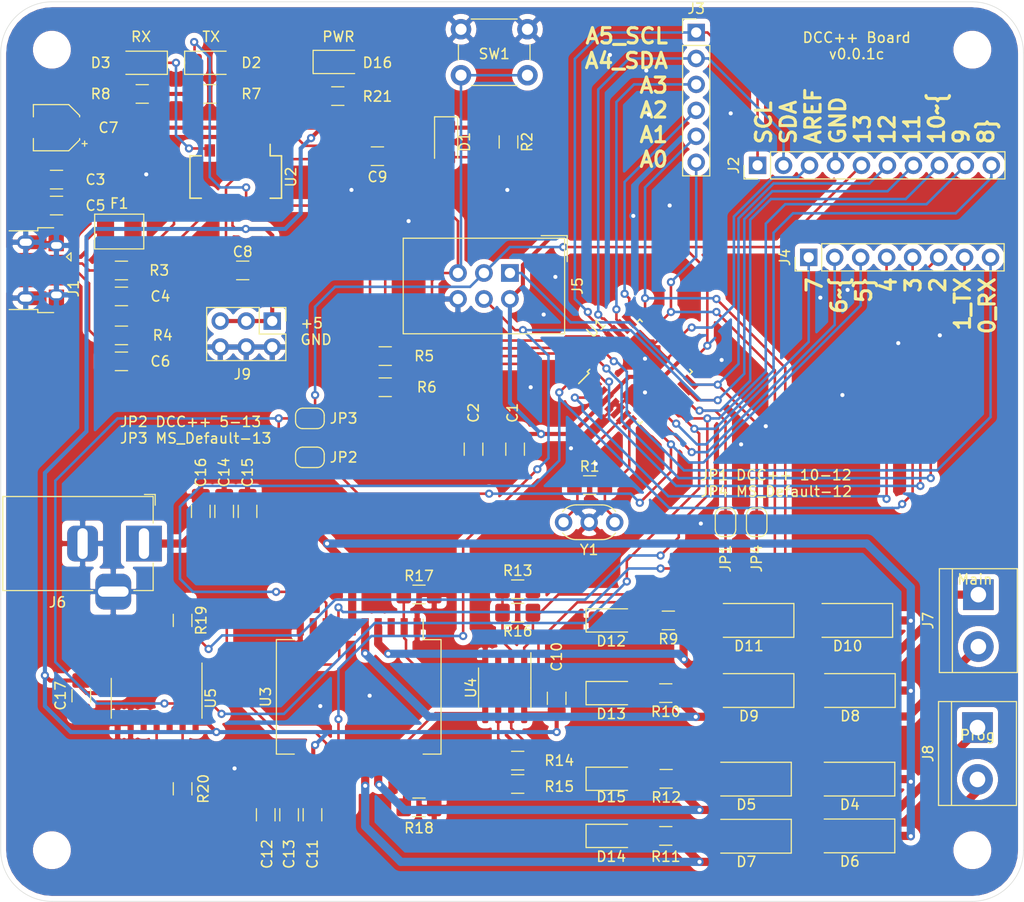
<source format=kicad_pcb>
(kicad_pcb (version 20171130) (host pcbnew 5.1.5-52549c5~86~ubuntu19.10.1)
  (title_block (title "Arduino DCC++") (date 2020-04-16) (rev v.0.0.1c) (company "Daniel Vilas"))
  (layers (0 F.Cu signal) (31 B.Cu signal) (34 B.Paste user) (35 F.Paste user) (36 B.SilkS user) (37 F.SilkS user) (38 B.Mask user) (39 F.Mask user) (44 Edge.Cuts user))
  (net 0 "")
  (net 1 +5V)
  (net 2 GND)
  (net 3 "/FTDI 231/D-")
  (net 4 "/FTDI 231/D+")
  (net 5 "Net-(C8-Pad1)")
  (net 6 "Net-(C9-Pad2)")
  (net 7 "/FTDI 231/RST")
  (net 8 "Net-(D2-Pad2)")
  (net 9 "Net-(D2-Pad1)")
  (net 10 "Net-(D3-Pad2)")
  (net 11 "Net-(D3-Pad1)")
  (net 12 "Net-(F1-Pad2)")
  (net 13 "Net-(J1-Pad4)")
  (net 14 /Arduino/ap_8_icp)
  (net 15 /Arduino/ap_9*_osc1)
  (net 16 /Arduino/ap_10_ss)
  (net 17 /Arduino/ap_11*_mosi)
  (net 18 /Arduino/ap_12_miso)
  (net 19 /Arduino/ap_13_sck)
  (net 20 /Arduino/ap_aref)
  (net 21 /Arduino/ap_a3)
  (net 22 /Arduino/ap_a5_scl)
  (net 23 /Arduino/ap_a2)
  (net 24 "/FTDI 231/TX")
  (net 25 "/FTDI 231/RX")
  (net 26 /Arduino/ad_2_int0)
  (net 27 /Arduino/ap_3*_int1)
  (net 28 /Arduino/ap_4_t0)
  (net 29 /Arduino/ap_5*_t1)
  (net 30 /Arduino/ap_6*_ain0)
  (net 31 /Arduino/ap_7_ain1)
  (net 32 "Net-(R1-Pad2)")
  (net 33 "Net-(R1-Pad1)")
  (net 34 "Net-(R3-Pad1)")
  (net 35 "Net-(R4-Pad1)")
  (net 36 "Net-(R5-Pad2)")
  (net 37 "Net-(R6-Pad2)")
  (net 38 "Net-(U2-Pad19)")
  (net 39 "Net-(U2-Pad18)")
  (net 40 "Net-(U2-Pad9)")
  (net 41 "Net-(U2-Pad8)")
  (net 42 "Net-(U2-Pad7)")
  (net 43 "Net-(U2-Pad5)")
  (net 44 "Net-(U2-Pad2)")
  (net 45 /Arduino/ap_a4_sda)
  (net 46 "/Motor Shield/VMot")
  (net 47 "/Motor Shield/MainK")
  (net 48 "/Motor Shield/MainJ")
  (net 49 "/Motor Shield/ProgK")
  (net 50 "/Motor Shield/ProgJ")
  (net 51 "Net-(U3-Pad18)")
  (net 52 "Net-(U3-Pad3)")
  (net 53 "Net-(D12-Pad2)")
  (net 54 "Net-(D13-Pad2)")
  (net 55 "Net-(D14-Pad2)")
  (net 56 "Net-(D15-Pad2)")
  (net 57 "Net-(R13-Pad1)")
  (net 58 "Net-(R14-Pad1)")
  (net 59 "/Motor Shield/snsA")
  (net 60 "/Motor Shield/snsB")
  (net 61 "/Motor Shield/dirB#")
  (net 62 "/Motor Shield/dirA#")
  (net 63 "Net-(U5-Pad10)")
  (net 64 "Net-(U5-Pad4)")
  (net 65 "/Motor Shield/SNS0_aA0")
  (net 66 "/Motor Shield/SNS1_aA1")
  (net 67 "Net-(D16-Pad2)")
  (net 68 "/Motor Shield/diraA_a12")
  (net 69 "/Motor Shield/dirB_a13")
  (module Crystal:Resonator_muRata_CSTLSxxxX-3Pin_W5.5mm_H3.0mm (layer F.Cu) (at 110.031 112.916 180)
    (fp_text reference Y1 (at 2.5 -2.7) (layer F.SilkS))
    (fp_text value CSTLS16M0X53-A0)
    (pad 3 thru_hole circle (at 5 0 180) (size 1.7 1.7) (drill 1) (layers *.Cu *.Mask) (net 33 "Net-(R1-Pad1)"))
    (pad 2 thru_hole circle (at 2.5 0 180) (size 1.7 1.7) (drill 1) (layers *.Cu *.Mask) (net 2 GND))
    (pad 1 thru_hole circle (at 0 0 180) (size 1.7 1.7) (drill 1) (layers *.Cu *.Mask) (net 32 "Net-(R1-Pad2)"))
  )
  (module Connector_PinHeader_2.54mm:PinHeader_2x03_P2.54mm_Vertical (layer F.Cu) (at 76.543 93.231 270)
    (fp_text reference J9 (at 5.207 2.921 180) (layer F.SilkS))
    (fp_text value Conn_02x03_Odd_Even)
    (pad 6 thru_hole oval (at 2.54 5.08 270) (size 1.7 1.7) (drill 1) (layers *.Cu *.Mask) (net 2 GND))
    (pad 5 thru_hole oval (at 0 5.08 270) (size 1.7 1.7) (drill 1) (layers *.Cu *.Mask) (net 1 +5V))
    (pad 4 thru_hole oval (at 2.54 2.54 270) (size 1.7 1.7) (drill 1) (layers *.Cu *.Mask) (net 2 GND))
    (pad 3 thru_hole oval (at 0 2.54 270) (size 1.7 1.7) (drill 1) (layers *.Cu *.Mask) (net 1 +5V))
    (pad 2 thru_hole oval (at 2.54 0 270) (size 1.7 1.7) (drill 1) (layers *.Cu *.Mask) (net 2 GND))
    (pad 1 thru_hole rect (at 0 0 270) (size 1.7 1.7) (drill 1) (layers *.Cu *.Mask) (net 1 +5V))
  )
  (module MountingHole:MountingHole_2.7mm_M2.5 (layer F.Cu) (at 145 145)
    (fp_text reference H4 hide)
    (fp_text value MountingHole)
    (pad 1 np_thru_hole circle (at 0 0) (size 2.7 2.7) (drill 2.7) (layers *.Cu *.Mask))
  )
  (module MountingHole:MountingHole_2.7mm_M2.5 (layer F.Cu) (at 55 145)
    (fp_text reference H3 hide)
    (fp_text value MountingHole)
    (pad 1 np_thru_hole circle (at 0 0) (size 2.7 2.7) (drill 2.7) (layers *.Cu *.Mask))
  )
  (module MountingHole:MountingHole_2.7mm_M2.5 (layer F.Cu) (at 145 66.684)
    (fp_text reference H2 hide)
    (fp_text value MountingHole)
    (pad 1 np_thru_hole circle (at 0 0) (size 2.7 2.7) (drill 2.7) (layers *.Cu *.Mask))
  )
  (module MountingHole:MountingHole_2.7mm_M2.5 (layer F.Cu) (at 55 66.684)
    (fp_text reference H1 hide)
    (fp_text value MountingHole)
    (pad 1 np_thru_hole circle (at 0 0) (size 2.7 2.7) (drill 2.7) (layers *.Cu *.Mask))
  )
  (module ArduinoDCC++:MF-MSMF (layer F.Cu) (at 61.5825 84.474 180)
    (fp_text reference F1 (at 0 2.7432) (layer F.SilkS))
    (fp_text value MF-MSMF050-2)
    (pad 2 smd rect (at 1.34 0 180) (size 1.68 2.95) (layers F.Cu F.Paste F.Mask) (net 12 "Net-(F1-Pad2)"))
    (pad 1 smd rect (at -1.34 0 180) (size 1.68 2.95) (layers F.Cu F.Paste F.Mask) (net 1 +5V))
  )
  (module Jumper:SolderJumper-2_P1.3mm_Bridged_RoundedPad1.0x1.5mm (layer F.Cu) (at 123.914 112.916 90)
    (fp_text reference JP4 (at -3.556 0 90) (layer F.SilkS))
    (fp_text value Jumper)
    (fp_poly (pts (xy 0.25 -0.3) (xy -0.25 -0.3) (xy -0.25 0.3) (xy 0.25 0.3)) (layer F.Cu) (width 0))
    (pad 1 smd custom (at -0.65 0 90) (size 1 0.5) (layers F.Cu F.Mask) (net 68 "/Motor Shield/diraA_a12") (options (clearance outline) (anchor rect)) (primitives (gr_circle (center 0 0.25) (end 0.5 0.25) (width 0)) (gr_circle (center 0 -0.25) (end 0.5 -0.25) (width 0)) (gr_poly (pts (xy 0 -0.75) (xy 0.5 -0.75) (xy 0.5 0.75) (xy 0 0.75)) (width 0))))
    (pad 2 smd custom (at 0.65 0 90) (size 1 0.5) (layers F.Cu F.Mask) (net 18 /Arduino/ap_12_miso) (options (clearance outline) (anchor rect)) (primitives (gr_circle (center 0 0.25) (end 0.5 0.25) (width 0)) (gr_circle (center 0 -0.25) (end 0.5 -0.25) (width 0)) (gr_poly (pts (xy 0 -0.75) (xy -0.5 -0.75) (xy -0.5 0.75) (xy 0 0.75)) (width 0))))
  )
  (module Jumper:SolderJumper-2_P1.3mm_Bridged_RoundedPad1.0x1.5mm (layer F.Cu) (at 80.226 102.756 180)
    (fp_text reference JP3 (at -3.302 0) (layer F.SilkS))
    (fp_text value Jumper)
    (fp_poly (pts (xy 0.25 -0.3) (xy -0.25 -0.3) (xy -0.25 0.3) (xy 0.25 0.3)) (layer F.Cu) (width 0))
    (pad 1 smd custom (at -0.65 0 180) (size 1 0.5) (layers F.Cu F.Mask) (net 19 /Arduino/ap_13_sck) (options (clearance outline) (anchor rect)) (primitives (gr_circle (center 0 0.25) (end 0.5 0.25) (width 0)) (gr_circle (center 0 -0.25) (end 0.5 -0.25) (width 0)) (gr_poly (pts (xy 0 -0.75) (xy 0.5 -0.75) (xy 0.5 0.75) (xy 0 0.75)) (width 0))))
    (pad 2 smd custom (at 0.65 0 180) (size 1 0.5) (layers F.Cu F.Mask) (net 69 "/Motor Shield/dirB_a13") (options (clearance outline) (anchor rect)) (primitives (gr_circle (center 0 0.25) (end 0.5 0.25) (width 0)) (gr_circle (center 0 -0.25) (end 0.5 -0.25) (width 0)) (gr_poly (pts (xy 0 -0.75) (xy -0.5 -0.75) (xy -0.5 0.75) (xy 0 0.75)) (width 0))))
  )
  (module Resistor_SMD:R_1206_3216Metric_Pad1.42x1.75mm_HandSolder (layer F.Cu) (at 82.955001 71.223001)
    (fp_text reference R21 (at 3.874999 0.036999) (layer F.SilkS))
    (fp_text value 1K)
    (pad 2 smd roundrect (at 1.4875 0) (size 1.425 1.75) (layers F.Cu F.Paste F.Mask) (roundrect_rratio 0.175439) (net 67 "Net-(D16-Pad2)"))
    (pad 1 smd roundrect (at -1.4875 0) (size 1.425 1.75) (layers F.Cu F.Paste F.Mask) (roundrect_rratio 0.175439) (net 1 +5V))
  )
  (module LED_SMD:LED_1206_3216Metric_Pad1.42x1.75mm_HandSolder (layer F.Cu) (at 83.000001 67.883001)
    (fp_text reference D16 (at 3.829999 0.074999) (layer F.SilkS))
    (fp_text value RX_PWR_G)
    (pad 2 smd roundrect (at 1.4875 0) (size 1.425 1.75) (layers F.Cu F.Paste F.Mask) (roundrect_rratio 0.175439) (net 67 "Net-(D16-Pad2)"))
    (pad 1 smd roundrect (at -1.4875 0) (size 1.425 1.75) (layers F.Cu F.Paste F.Mask) (roundrect_rratio 0.175439) (net 2 GND))
  )
  (module Diode_SMD:D_SMA_Handsoldering (layer F.Cu) (at 123.152 129.378 180)
    (fp_text reference D9 (at 0 -2.5) (layer F.SilkS))
    (fp_text value ss14)
    (pad 2 smd rect (at 2.5 0 180) (size 3.5 1.8) (layers F.Cu F.Paste F.Mask) (net 2 GND))
    (pad 1 smd rect (at -2.5 0 180) (size 3.5 1.8) (layers F.Cu F.Paste F.Mask) (net 47 "/Motor Shield/MainK"))
  )
  (module Jumper:SolderJumper-2_P1.3mm_Bridged_RoundedPad1.0x1.5mm (layer F.Cu) (at 80.226 106.566)
    (fp_text reference JP2 (at 3.302 0) (layer F.SilkS))
    (fp_text value Jumper)
    (fp_poly (pts (xy 0.25 -0.3) (xy -0.25 -0.3) (xy -0.25 0.3) (xy 0.25 0.3)) (layer F.Cu) (width 0))
    (pad 1 smd custom (at -0.65 0) (size 1 0.5) (layers F.Cu F.Mask) (net 69 "/Motor Shield/dirB_a13") (options (clearance outline) (anchor rect)) (primitives (gr_circle (center 0 0.25) (end 0.5 0.25) (width 0)) (gr_circle (center 0 -0.25) (end 0.5 -0.25) (width 0)) (gr_poly (pts (xy 0 -0.75) (xy 0.5 -0.75) (xy 0.5 0.75) (xy 0 0.75)) (width 0))))
    (pad 2 smd custom (at 0.65 0) (size 1 0.5) (layers F.Cu F.Mask) (net 29 /Arduino/ap_5*_t1) (options (clearance outline) (anchor rect)) (primitives (gr_circle (center 0 0.25) (end 0.5 0.25) (width 0)) (gr_circle (center 0 -0.25) (end 0.5 -0.25) (width 0)) (gr_poly (pts (xy 0 -0.75) (xy -0.5 -0.75) (xy -0.5 0.75) (xy 0 0.75)) (width 0))))
  )
  (module Jumper:SolderJumper-2_P1.3mm_Bridged_RoundedPad1.0x1.5mm (layer F.Cu) (at 120.866 112.916 90)
    (fp_text reference JP1 (at -3.556 0 90) (layer F.SilkS))
    (fp_text value Jumper)
    (fp_poly (pts (xy 0.25 -0.3) (xy -0.25 -0.3) (xy -0.25 0.3) (xy 0.25 0.3)) (layer F.Cu) (width 0))
    (pad 2 smd custom (at 0.65 0 90) (size 1 0.5) (layers F.Cu F.Mask) (net 16 /Arduino/ap_10_ss) (options (clearance outline) (anchor rect)) (primitives (gr_circle (center 0 0.25) (end 0.5 0.25) (width 0)) (gr_circle (center 0 -0.25) (end 0.5 -0.25) (width 0)) (gr_poly (pts (xy 0 -0.75) (xy -0.5 -0.75) (xy -0.5 0.75) (xy 0 0.75)) (width 0))))
    (pad 1 smd custom (at -0.65 0 90) (size 1 0.5) (layers F.Cu F.Mask) (net 68 "/Motor Shield/diraA_a12") (options (clearance outline) (anchor rect)) (primitives (gr_circle (center 0 0.25) (end 0.5 0.25) (width 0)) (gr_circle (center 0 -0.25) (end 0.5 -0.25) (width 0)) (gr_poly (pts (xy 0 -0.75) (xy 0.5 -0.75) (xy 0.5 0.75) (xy 0 0.75)) (width 0))))
  )
  (module Package_SO:SOIC-14_3.9x8.7mm_P1.27mm (layer F.Cu) (at 65.24 130.14 270)
    (fp_text reference U5 (at 0 -5.28 90) (layer F.SilkS))
    (fp_text value 4077)
    (pad 14 smd roundrect (at 2.475 -3.81 270) (size 1.95 0.6) (layers F.Cu F.Paste F.Mask) (net 1 +5V))
    (pad 13 smd roundrect (at 2.475 -2.54 270) (size 1.95 0.6) (layers F.Cu F.Paste F.Mask) (net 14 /Arduino/ap_8_icp))
    (pad 12 smd roundrect (at 2.475 -1.27 270) (size 1.95 0.6) (layers F.Cu F.Paste F.Mask) (net 69 "/Motor Shield/dirB_a13"))
    (pad 11 smd roundrect (at 2.475 0 270) (size 1.95 0.6) (layers F.Cu F.Paste F.Mask) (net 61 "/Motor Shield/dirB#"))
    (pad 10 smd roundrect (at 2.475 1.27 270) (size 1.95 0.6) (layers F.Cu F.Paste F.Mask) (net 63 "Net-(U5-Pad10)"))
    (pad 9 smd roundrect (at 2.475 2.54 270) (size 1.95 0.6) (layers F.Cu F.Paste F.Mask) (net 2 GND))
    (pad 8 smd roundrect (at 2.475 3.81 270) (size 1.95 0.6) (layers F.Cu F.Paste F.Mask) (net 2 GND))
    (pad 7 smd roundrect (at -2.475 3.81 270) (size 1.95 0.6) (layers F.Cu F.Paste F.Mask) (net 2 GND))
    (pad 6 smd roundrect (at -2.475 2.54 270) (size 1.95 0.6) (layers F.Cu F.Paste F.Mask) (net 1 +5V))
    (pad 5 smd roundrect (at -2.475 1.27 270) (size 1.95 0.6) (layers F.Cu F.Paste F.Mask) (net 1 +5V))
    (pad 4 smd roundrect (at -2.475 0 270) (size 1.95 0.6) (layers F.Cu F.Paste F.Mask) (net 64 "Net-(U5-Pad4)"))
    (pad 3 smd roundrect (at -2.475 -1.27 270) (size 1.95 0.6) (layers F.Cu F.Paste F.Mask) (net 62 "/Motor Shield/dirA#"))
    (pad 2 smd roundrect (at -2.475 -2.54 270) (size 1.95 0.6) (layers F.Cu F.Paste F.Mask) (net 15 /Arduino/ap_9*_osc1))
    (pad 1 smd roundrect (at -2.475 -3.81 270) (size 1.95 0.6) (layers F.Cu F.Paste F.Mask) (net 68 "/Motor Shield/diraA_a12"))
  )
  (module Resistor_SMD:R_1206_3216Metric_Pad1.42x1.75mm_HandSolder (layer F.Cu) (at 67.78 138.9935 90)
    (fp_text reference R20 (at 0 2.032 90) (layer F.SilkS))
    (fp_text value 10K)
    (pad 2 smd roundrect (at 1.4875 0 90) (size 1.425 1.75) (layers F.Cu F.Paste F.Mask) (roundrect_rratio 0.175439) (net 14 /Arduino/ap_8_icp))
    (pad 1 smd roundrect (at -1.4875 0 90) (size 1.425 1.75) (layers F.Cu F.Paste F.Mask) (roundrect_rratio 0.175439) (net 2 GND))
  )
  (module Resistor_SMD:R_1206_3216Metric_Pad1.42x1.75mm_HandSolder (layer F.Cu) (at 67.78 122.52 270)
    (fp_text reference R19 (at 0 -1.82 90) (layer F.SilkS))
    (fp_text value 10K)
    (pad 2 smd roundrect (at 1.4875 0 270) (size 1.425 1.75) (layers F.Cu F.Paste F.Mask) (roundrect_rratio 0.175439) (net 15 /Arduino/ap_9*_osc1))
    (pad 1 smd roundrect (at -1.4875 0 270) (size 1.425 1.75) (layers F.Cu F.Paste F.Mask) (roundrect_rratio 0.175439) (net 2 GND))
  )
  (module Capacitor_SMD:C_1206_3216Metric_Pad1.42x1.75mm_HandSolder (layer F.Cu) (at 57.874 129.886 270)
    (fp_text reference C17 (at 0 2.032 90) (layer F.SilkS))
    (fp_text value 100nF)
    (pad 2 smd roundrect (at 1.4875 0 270) (size 1.425 1.75) (layers F.Cu F.Paste F.Mask) (roundrect_rratio 0.175439) (net 2 GND))
    (pad 1 smd roundrect (at -1.4875 0 270) (size 1.425 1.75) (layers F.Cu F.Paste F.Mask) (roundrect_rratio 0.175439) (net 1 +5V))
  )
  (module Capacitor_SMD:C_1206_3216Metric_Pad1.42x1.75mm_HandSolder (layer F.Cu) (at 69.558 111.852 270)
    (fp_text reference C16 (at -3.81 0 90) (layer F.SilkS))
    (fp_text value "10uF 35V")
    (pad 2 smd roundrect (at 1.4875 0 270) (size 1.425 1.75) (layers F.Cu F.Paste F.Mask) (roundrect_rratio 0.175439) (net 46 "/Motor Shield/VMot"))
    (pad 1 smd roundrect (at -1.4875 0 270) (size 1.425 1.75) (layers F.Cu F.Paste F.Mask) (roundrect_rratio 0.175439) (net 2 GND))
  )
  (module Capacitor_SMD:C_1206_3216Metric_Pad1.42x1.75mm_HandSolder (layer F.Cu) (at 74.13 111.852 270)
    (fp_text reference C15 (at -3.81 0 90) (layer F.SilkS))
    (fp_text value "10uF 35V")
    (pad 2 smd roundrect (at 1.4875 0 270) (size 1.425 1.75) (layers F.Cu F.Paste F.Mask) (roundrect_rratio 0.175439) (net 46 "/Motor Shield/VMot"))
    (pad 1 smd roundrect (at -1.4875 0 270) (size 1.425 1.75) (layers F.Cu F.Paste F.Mask) (roundrect_rratio 0.175439) (net 2 GND))
  )
  (module Capacitor_SMD:C_1206_3216Metric_Pad1.42x1.75mm_HandSolder (layer F.Cu) (at 71.844 111.852 270)
    (fp_text reference C14 (at -3.81 0 90) (layer F.SilkS))
    (fp_text value "10uF 35V")
    (pad 2 smd roundrect (at 1.4875 0 270) (size 1.425 1.75) (layers F.Cu F.Paste F.Mask) (roundrect_rratio 0.175439) (net 46 "/Motor Shield/VMot"))
    (pad 1 smd roundrect (at -1.4875 0 270) (size 1.425 1.75) (layers F.Cu F.Paste F.Mask) (roundrect_rratio 0.175439) (net 2 GND))
  )
  (module Capacitor_SMD:C_1206_3216Metric_Pad1.42x1.75mm_HandSolder (layer F.Cu) (at 78.194 141.5335 90)
    (fp_text reference C13 (at -3.8465 0 90) (layer F.SilkS))
    (fp_text value 100nF)
    (pad 2 smd roundrect (at 1.4875 0 90) (size 1.425 1.75) (layers F.Cu F.Paste F.Mask) (roundrect_rratio 0.175439) (net 1 +5V))
    (pad 1 smd roundrect (at -1.4875 0 90) (size 1.425 1.75) (layers F.Cu F.Paste F.Mask) (roundrect_rratio 0.175439) (net 2 GND))
  )
  (module Capacitor_SMD:C_1206_3216Metric_Pad1.42x1.75mm_HandSolder (layer F.Cu) (at 75.908 141.5335 90)
    (fp_text reference C12 (at -3.8465 0.127 90) (layer F.SilkS))
    (fp_text value "10uF 35V")
    (pad 2 smd roundrect (at 1.4875 0 90) (size 1.425 1.75) (layers F.Cu F.Paste F.Mask) (roundrect_rratio 0.175439) (net 1 +5V))
    (pad 1 smd roundrect (at -1.4875 0 90) (size 1.425 1.75) (layers F.Cu F.Paste F.Mask) (roundrect_rratio 0.175439) (net 2 GND))
  )
  (module Capacitor_SMD:C_1206_3216Metric_Pad1.42x1.75mm_HandSolder (layer F.Cu) (at 80.48 141.5335 270)
    (fp_text reference C11 (at 3.8465 0 90) (layer F.SilkS))
    (fp_text value 100nF)
    (pad 2 smd roundrect (at 1.4875 0 270) (size 1.425 1.75) (layers F.Cu F.Paste F.Mask) (roundrect_rratio 0.175439) (net 2 GND))
    (pad 1 smd roundrect (at -1.4875 0 270) (size 1.425 1.75) (layers F.Cu F.Paste F.Mask) (roundrect_rratio 0.175439) (net 1 +5V))
  )
  (module Package_SO:SOIC-8_3.9x4.9mm_P1.27mm (layer F.Cu) (at 99.276 129.124 270)
    (fp_text reference U4 (at 0 3.302 90) (layer F.SilkS))
    (fp_text value LMV358)
    (pad 8 smd roundrect (at 2.475 -1.905 270) (size 1.95 0.6) (layers F.Cu F.Paste F.Mask) (net 1 +5V))
    (pad 7 smd roundrect (at 2.475 -0.635 270) (size 1.95 0.6) (layers F.Cu F.Paste F.Mask) (net 66 "/Motor Shield/SNS1_aA1"))
    (pad 6 smd roundrect (at 2.475 0.635 270) (size 1.95 0.6) (layers F.Cu F.Paste F.Mask) (net 58 "Net-(R14-Pad1)"))
    (pad 5 smd roundrect (at 2.475 1.905 270) (size 1.95 0.6) (layers F.Cu F.Paste F.Mask) (net 60 "/Motor Shield/snsB"))
    (pad 4 smd roundrect (at -2.475 1.905 270) (size 1.95 0.6) (layers F.Cu F.Paste F.Mask) (net 2 GND))
    (pad 3 smd roundrect (at -2.475 0.635 270) (size 1.95 0.6) (layers F.Cu F.Paste F.Mask) (net 59 "/Motor Shield/snsA"))
    (pad 2 smd roundrect (at -2.475 -0.635 270) (size 1.95 0.6) (layers F.Cu F.Paste F.Mask) (net 57 "Net-(R13-Pad1)"))
    (pad 1 smd roundrect (at -2.475 -1.905 270) (size 1.95 0.6) (layers F.Cu F.Paste F.Mask) (net 65 "/Motor Shield/SNS0_aA0"))
  )
  (module Resistor_SMD:R_1206_3216Metric_Pad1.42x1.75mm_HandSolder (layer F.Cu) (at 90.894 140.808)
    (fp_text reference R18 (at 0 2.032) (layer F.SilkS))
    (fp_text value 0R15)
    (pad 2 smd roundrect (at 1.4875 0) (size 1.425 1.75) (layers F.Cu F.Paste F.Mask) (roundrect_rratio 0.175439) (net 2 GND))
    (pad 1 smd roundrect (at -1.4875 0) (size 1.425 1.75) (layers F.Cu F.Paste F.Mask) (roundrect_rratio 0.175439) (net 60 "/Motor Shield/snsB"))
  )
  (module Resistor_SMD:R_1206_3216Metric_Pad1.42x1.75mm_HandSolder (layer F.Cu) (at 90.894 119.98)
    (fp_text reference R17 (at 0 -1.82) (layer F.SilkS))
    (fp_text value 0R15)
    (pad 2 smd roundrect (at 1.4875 0) (size 1.425 1.75) (layers F.Cu F.Paste F.Mask) (roundrect_rratio 0.175439) (net 2 GND))
    (pad 1 smd roundrect (at -1.4875 0) (size 1.425 1.75) (layers F.Cu F.Paste F.Mask) (roundrect_rratio 0.175439) (net 59 "/Motor Shield/snsA"))
  )
  (module Resistor_SMD:R_1206_3216Metric_Pad1.42x1.75mm_HandSolder (layer F.Cu) (at 100.546 121.758 180)
    (fp_text reference R16 (at 0 -1.82) (layer F.SilkS))
    (fp_text value 10K)
    (pad 2 smd roundrect (at 1.4875 0 180) (size 1.425 1.75) (layers F.Cu F.Paste F.Mask) (roundrect_rratio 0.175439) (net 57 "Net-(R13-Pad1)"))
    (pad 1 smd roundrect (at -1.4875 0 180) (size 1.425 1.75) (layers F.Cu F.Paste F.Mask) (roundrect_rratio 0.175439) (net 65 "/Motor Shield/SNS0_aA0"))
  )
  (module Resistor_SMD:R_1206_3216Metric_Pad1.42x1.75mm_HandSolder (layer F.Cu) (at 100.546 136.236 180)
    (fp_text reference R15 (at -4.064 -2.54) (layer F.SilkS))
    (fp_text value 10K)
    (pad 2 smd roundrect (at 1.4875 0 180) (size 1.425 1.75) (layers F.Cu F.Paste F.Mask) (roundrect_rratio 0.175439) (net 58 "Net-(R14-Pad1)"))
    (pad 1 smd roundrect (at -1.4875 0 180) (size 1.425 1.75) (layers F.Cu F.Paste F.Mask) (roundrect_rratio 0.175439) (net 66 "/Motor Shield/SNS1_aA1"))
  )
  (module Resistor_SMD:R_1206_3216Metric_Pad1.42x1.75mm_HandSolder (layer F.Cu) (at 100.546 138.522)
    (fp_text reference R14 (at 4.064 -2.286) (layer F.SilkS))
    (fp_text value 1K)
    (pad 2 smd roundrect (at 1.4875 0) (size 1.425 1.75) (layers F.Cu F.Paste F.Mask) (roundrect_rratio 0.175439) (net 2 GND))
    (pad 1 smd roundrect (at -1.4875 0) (size 1.425 1.75) (layers F.Cu F.Paste F.Mask) (roundrect_rratio 0.175439) (net 58 "Net-(R14-Pad1)"))
  )
  (module Resistor_SMD:R_1206_3216Metric_Pad1.42x1.75mm_HandSolder (layer F.Cu) (at 100.546 119.472)
    (fp_text reference R13 (at 0 -1.82) (layer F.SilkS))
    (fp_text value 1K)
    (pad 2 smd roundrect (at 1.4875 0) (size 1.425 1.75) (layers F.Cu F.Paste F.Mask) (roundrect_rratio 0.175439) (net 2 GND))
    (pad 1 smd roundrect (at -1.4875 0) (size 1.425 1.75) (layers F.Cu F.Paste F.Mask) (roundrect_rratio 0.175439) (net 57 "Net-(R13-Pad1)"))
  )
  (module Capacitor_SMD:C_1206_3216Metric_Pad1.42x1.75mm_HandSolder (layer F.Cu) (at 104.356 130.14 90)
    (fp_text reference C10 (at 4.064 0 90) (layer F.SilkS))
    (fp_text value 100nF)
    (pad 2 smd roundrect (at 1.4875 0 90) (size 1.425 1.75) (layers F.Cu F.Paste F.Mask) (roundrect_rratio 0.175439) (net 2 GND))
    (pad 1 smd roundrect (at -1.4875 0 90) (size 1.425 1.75) (layers F.Cu F.Paste F.Mask) (roundrect_rratio 0.175439) (net 1 +5V))
  )
  (module Resistor_SMD:R_1206_3216Metric_Pad1.42x1.75mm_HandSolder (layer F.Cu) (at 115.0605 138.014 180)
    (fp_text reference R12 (at 0 -1.82) (layer F.SilkS))
    (fp_text value 10K)
    (pad 2 smd roundrect (at 1.4875 0 180) (size 1.425 1.75) (layers F.Cu F.Paste F.Mask) (roundrect_rratio 0.175439) (net 56 "Net-(D15-Pad2)"))
    (pad 1 smd roundrect (at -1.4875 0 180) (size 1.425 1.75) (layers F.Cu F.Paste F.Mask) (roundrect_rratio 0.175439) (net 49 "/Motor Shield/ProgK"))
  )
  (module Resistor_SMD:R_1206_3216Metric_Pad1.42x1.75mm_HandSolder (layer F.Cu) (at 115.024 143.602 180)
    (fp_text reference R11 (at 0 -2.032) (layer F.SilkS))
    (fp_text value 10K)
    (pad 2 smd roundrect (at 1.4875 0 180) (size 1.425 1.75) (layers F.Cu F.Paste F.Mask) (roundrect_rratio 0.175439) (net 55 "Net-(D14-Pad2)"))
    (pad 1 smd roundrect (at -1.4875 0 180) (size 1.425 1.75) (layers F.Cu F.Paste F.Mask) (roundrect_rratio 0.175439) (net 50 "/Motor Shield/ProgJ"))
  )
  (module Resistor_SMD:R_1206_3216Metric_Pad1.42x1.75mm_HandSolder (layer F.Cu) (at 115.024 129.632 180)
    (fp_text reference R10 (at 0 -1.82) (layer F.SilkS))
    (fp_text value 10K)
    (pad 2 smd roundrect (at 1.4875 0 180) (size 1.425 1.75) (layers F.Cu F.Paste F.Mask) (roundrect_rratio 0.175439) (net 54 "Net-(D13-Pad2)"))
    (pad 1 smd roundrect (at -1.4875 0 180) (size 1.425 1.75) (layers F.Cu F.Paste F.Mask) (roundrect_rratio 0.175439) (net 47 "/Motor Shield/MainK"))
  )
  (module Resistor_SMD:R_1206_3216Metric_Pad1.42x1.75mm_HandSolder (layer F.Cu) (at 115.278 122.52 180)
    (fp_text reference R9 (at 0 -1.82) (layer F.SilkS))
    (fp_text value 10K)
    (pad 2 smd roundrect (at 1.4875 0 180) (size 1.425 1.75) (layers F.Cu F.Paste F.Mask) (roundrect_rratio 0.175439) (net 53 "Net-(D12-Pad2)"))
    (pad 1 smd roundrect (at -1.4875 0 180) (size 1.425 1.75) (layers F.Cu F.Paste F.Mask) (roundrect_rratio 0.175439) (net 48 "/Motor Shield/MainJ"))
  )
  (module LED_SMD:LED_1206_3216Metric_Pad1.42x1.75mm_HandSolder (layer F.Cu) (at 109.69 138.014)
    (fp_text reference D15 (at 0 1.778) (layer F.SilkS))
    (fp_text value PK_LED_Y)
    (pad 2 smd roundrect (at 1.4875 0) (size 1.425 1.75) (layers F.Cu F.Paste F.Mask) (roundrect_rratio 0.175439) (net 56 "Net-(D15-Pad2)"))
    (pad 1 smd roundrect (at -1.4875 0) (size 1.425 1.75) (layers F.Cu F.Paste F.Mask) (roundrect_rratio 0.175439) (net 2 GND))
  )
  (module LED_SMD:LED_1206_3216Metric_Pad1.42x1.75mm_HandSolder (layer F.Cu) (at 109.69 143.602)
    (fp_text reference D14 (at 0 2.032) (layer F.SilkS))
    (fp_text value PJ_LED_Y)
    (pad 2 smd roundrect (at 1.4875 0) (size 1.425 1.75) (layers F.Cu F.Paste F.Mask) (roundrect_rratio 0.175439) (net 55 "Net-(D14-Pad2)"))
    (pad 1 smd roundrect (at -1.4875 0) (size 1.425 1.75) (layers F.Cu F.Paste F.Mask) (roundrect_rratio 0.175439) (net 2 GND))
  )
  (module LED_SMD:LED_1206_3216Metric_Pad1.42x1.75mm_HandSolder (layer F.Cu) (at 109.69 129.632)
    (fp_text reference D13 (at 0 2.032) (layer F.SilkS))
    (fp_text value PK_LED_Y)
    (pad 2 smd roundrect (at 1.4875 0) (size 1.425 1.75) (layers F.Cu F.Paste F.Mask) (roundrect_rratio 0.175439) (net 54 "Net-(D13-Pad2)"))
    (pad 1 smd roundrect (at -1.4875 0) (size 1.425 1.75) (layers F.Cu F.Paste F.Mask) (roundrect_rratio 0.175439) (net 2 GND))
  )
  (module LED_SMD:LED_1206_3216Metric_Pad1.42x1.75mm_HandSolder (layer F.Cu) (at 109.69 122.52)
    (fp_text reference D12 (at 0 2.032) (layer F.SilkS))
    (fp_text value MJ_LED_Y)
    (pad 2 smd roundrect (at 1.4875 0) (size 1.425 1.75) (layers F.Cu F.Paste F.Mask) (roundrect_rratio 0.175439) (net 53 "Net-(D12-Pad2)"))
    (pad 1 smd roundrect (at -1.4875 0) (size 1.425 1.75) (layers F.Cu F.Paste F.Mask) (roundrect_rratio 0.175439) (net 2 GND))
  )
  (module Connector_USB:USB_Micro-B_Amphenol_10103594-0001LF_Horizontal (layer F.Cu) (at 53.556 88.278 270)
    (fp_text reference J1 (at 1.778 -3.556 90) (layer F.SilkS))
    (fp_text value USB_B_Micro)
    (pad 6 smd rect (at 0.935 1.385) (size 2.5 1.43) (layers F.Cu F.Paste F.Mask) (net 2 GND))
    (pad 6 smd rect (at -0.985 1.385) (size 2.5 1.43) (layers F.Cu F.Paste F.Mask) (net 2 GND))
    (pad 6 thru_hole oval (at 2.705 1.115) (size 1.7 1.35) (drill oval 1.2 0.7) (layers *.Cu *.Mask) (net 2 GND))
    (pad 6 thru_hole oval (at -2.755 1.115) (size 1.7 1.35) (drill oval 1.2 0.7) (layers *.Cu *.Mask) (net 2 GND))
    (pad 6 thru_hole oval (at 2.395 -1.885) (size 1.5 1.1) (drill oval 1.05 0.65) (layers *.Cu *.Mask) (net 2 GND))
    (pad 6 thru_hole oval (at -2.445 -1.885) (size 1.5 1.1) (drill oval 1.05 0.65) (layers *.Cu *.Mask) (net 2 GND))
    (pad 5 smd rect (at 1.275 -1.765) (size 1.65 0.4) (layers F.Cu F.Paste F.Mask) (net 2 GND))
    (pad 4 smd rect (at 0.625 -1.765) (size 1.65 0.4) (layers F.Cu F.Paste F.Mask) (net 13 "Net-(J1-Pad4)"))
    (pad 3 smd rect (at -0.025 -1.765) (size 1.65 0.4) (layers F.Cu F.Paste F.Mask) (net 4 "/FTDI 231/D+"))
    (pad 2 smd rect (at -0.675 -1.765) (size 1.65 0.4) (layers F.Cu F.Paste F.Mask) (net 3 "/FTDI 231/D-"))
    (pad 1 smd rect (at -1.325 -1.765) (size 1.65 0.4) (layers F.Cu F.Paste F.Mask) (net 12 "Net-(F1-Pad2)"))
    (pad 6 smd rect (at 2.875 -1.885 270) (size 2 1.5) (layers F.Cu F.Paste F.Mask) (net 2 GND))
    (pad 6 smd rect (at -2.875 -1.865 270) (size 2 1.5) (layers F.Cu F.Paste F.Mask) (net 2 GND))
    (pad 6 smd rect (at 2.975 -0.565 270) (size 1.825 0.7) (layers F.Cu F.Paste F.Mask) (net 2 GND))
    (pad 6 smd rect (at -2.975 -0.565 270) (size 1.825 0.7) (layers F.Cu F.Paste F.Mask) (net 2 GND))
    (pad 6 smd rect (at -2.755 0.185 270) (size 1.35 2) (layers F.Cu F.Paste F.Mask) (net 2 GND))
    (pad 6 smd rect (at 2.725 0.185 270) (size 1.35 2) (layers F.Cu F.Paste F.Mask) (net 2 GND))
  )
  (module Diode_SMD:D_SMA_Handsoldering (layer F.Cu) (at 123.152 122.52 180)
    (fp_text reference D11 (at 0 -2.5) (layer F.SilkS))
    (fp_text value ss14)
    (pad 2 smd rect (at 2.5 0 180) (size 3.5 1.8) (layers F.Cu F.Paste F.Mask) (net 2 GND))
    (pad 1 smd rect (at -2.5 0 180) (size 3.5 1.8) (layers F.Cu F.Paste F.Mask) (net 48 "/Motor Shield/MainJ"))
  )
  (module Diode_SMD:D_SMA_Handsoldering (layer F.Cu) (at 132.804 122.52 180)
    (fp_text reference D10 (at 0 -2.5) (layer F.SilkS))
    (fp_text value ss14)
    (pad 2 smd rect (at 2.5 0 180) (size 3.5 1.8) (layers F.Cu F.Paste F.Mask) (net 48 "/Motor Shield/MainJ"))
    (pad 1 smd rect (at -2.5 0 180) (size 3.5 1.8) (layers F.Cu F.Paste F.Mask) (net 46 "/Motor Shield/VMot"))
  )
  (module Diode_SMD:D_SMA_Handsoldering (layer F.Cu) (at 133.058 129.378 180)
    (fp_text reference D8 (at 0 -2.5) (layer F.SilkS))
    (fp_text value ss14)
    (pad 2 smd rect (at 2.5 0 180) (size 3.5 1.8) (layers F.Cu F.Paste F.Mask) (net 47 "/Motor Shield/MainK"))
    (pad 1 smd rect (at -2.5 0 180) (size 3.5 1.8) (layers F.Cu F.Paste F.Mask) (net 46 "/Motor Shield/VMot"))
  )
  (module Diode_SMD:D_SMA_Handsoldering (layer F.Cu) (at 122.898 143.634 180)
    (fp_text reference D7 (at 0 -2.5) (layer F.SilkS))
    (fp_text value ss14)
    (pad 2 smd rect (at 2.5 0 180) (size 3.5 1.8) (layers F.Cu F.Paste F.Mask) (net 2 GND))
    (pad 1 smd rect (at -2.5 0 180) (size 3.5 1.8) (layers F.Cu F.Paste F.Mask) (net 50 "/Motor Shield/ProgJ"))
  )
  (module Diode_SMD:D_SMA_Handsoldering (layer F.Cu) (at 133.018 143.602 180)
    (fp_text reference D6 (at 0 -2.5) (layer F.SilkS))
    (fp_text value ss14)
    (pad 2 smd rect (at 2.5 0 180) (size 3.5 1.8) (layers F.Cu F.Paste F.Mask) (net 50 "/Motor Shield/ProgJ"))
    (pad 1 smd rect (at -2.5 0 180) (size 3.5 1.8) (layers F.Cu F.Paste F.Mask) (net 46 "/Motor Shield/VMot"))
  )
  (module Diode_SMD:D_SMA_Handsoldering (layer F.Cu) (at 122.898 138.046 180)
    (fp_text reference D5 (at 0 -2.5) (layer F.SilkS))
    (fp_text value ss14)
    (pad 2 smd rect (at 2.5 0 180) (size 3.5 1.8) (layers F.Cu F.Paste F.Mask) (net 2 GND))
    (pad 1 smd rect (at -2.5 0 180) (size 3.5 1.8) (layers F.Cu F.Paste F.Mask) (net 49 "/Motor Shield/ProgK"))
  )
  (module Diode_SMD:D_SMA_Handsoldering (layer F.Cu) (at 133.018 138.046 180)
    (fp_text reference D4 (at 0 -2.5) (layer F.SilkS))
    (fp_text value ss14)
    (pad 2 smd rect (at 2.5 0 180) (size 3.5 1.8) (layers F.Cu F.Paste F.Mask) (net 49 "/Motor Shield/ProgK"))
    (pad 1 smd rect (at -2.5 0 180) (size 3.5 1.8) (layers F.Cu F.Paste F.Mask) (net 46 "/Motor Shield/VMot"))
  )
  (module Connector_BarrelJack:BarrelJack_Horizontal (layer F.Cu) (at 64 115)
    (fp_text reference J6 (at -8.45 5.75) (layer F.SilkS))
    (fp_text value Barrel_Jack_Switch)
    (pad 3 thru_hole roundrect (at -3 4.7) (size 3.5 3.5) (drill oval 3 1) (layers *.Cu *.Mask) (net 2 GND))
    (pad 2 thru_hole roundrect (at -6 0) (size 3 3.5) (drill oval 1 3) (layers *.Cu *.Mask) (net 2 GND))
    (pad 1 thru_hole rect (at 0 0) (size 3.5 3.5) (drill oval 1 3) (layers *.Cu *.Mask) (net 46 "/Motor Shield/VMot"))
  )
  (module Package_SO:HSOP-20-1EP_11.0x15.9mm_P1.27mm_SlugUp (layer F.Cu) (at 85 130 270)
    (fp_text reference U3 (at 0 9.092 90) (layer F.SilkS))
    (fp_text value L298P)
    (pad 20 smd rect (at 6.85 -5.715 270) (size 1.7 0.7) (layers F.Cu F.Paste F.Mask) (net 2 GND))
    (pad 19 smd rect (at 6.85 -4.445 270) (size 1.7 0.7) (layers F.Cu F.Paste F.Mask) (net 60 "/Motor Shield/snsB"))
    (pad 18 smd rect (at 6.85 -3.175 270) (size 1.7 0.7) (layers F.Cu F.Paste F.Mask) (net 51 "Net-(U3-Pad18)"))
    (pad 17 smd rect (at 6.85 -1.905 270) (size 1.7 0.7) (layers F.Cu F.Paste F.Mask) (net 49 "/Motor Shield/ProgK"))
    (pad 16 smd rect (at 6.85 -0.635 270) (size 1.7 0.7) (layers F.Cu F.Paste F.Mask) (net 50 "/Motor Shield/ProgJ"))
    (pad 15 smd rect (at 6.85 0.635 270) (size 1.7 0.7) (layers F.Cu F.Paste F.Mask) (net 61 "/Motor Shield/dirB#"))
    (pad 14 smd rect (at 6.85 1.905 270) (size 1.7 0.7) (layers F.Cu F.Paste F.Mask) (net 17 /Arduino/ap_11*_mosi))
    (pad 13 smd rect (at 6.85 3.175 270) (size 1.7 0.7) (layers F.Cu F.Paste F.Mask) (net 69 "/Motor Shield/dirB_a13"))
    (pad 12 smd rect (at 6.85 4.445 270) (size 1.7 0.7) (layers F.Cu F.Paste F.Mask) (net 1 +5V))
    (pad 11 smd rect (at 6.85 5.715 270) (size 1.7 0.7) (layers F.Cu F.Paste F.Mask) (net 2 GND))
    (pad 10 smd rect (at -6.85 5.715 270) (size 1.7 0.7) (layers F.Cu F.Paste F.Mask) (net 2 GND))
    (pad 9 smd rect (at -6.85 4.445 270) (size 1.7 0.7) (layers F.Cu F.Paste F.Mask) (net 62 "/Motor Shield/dirA#"))
    (pad 8 smd rect (at -6.85 3.175 270) (size 1.7 0.7) (layers F.Cu F.Paste F.Mask) (net 27 /Arduino/ap_3*_int1))
    (pad 7 smd rect (at -6.85 1.905 270) (size 1.7 0.7) (layers F.Cu F.Paste F.Mask) (net 68 "/Motor Shield/diraA_a12"))
    (pad 6 smd rect (at -6.85 0.635 270) (size 1.7 0.7) (layers F.Cu F.Paste F.Mask) (net 46 "/Motor Shield/VMot"))
    (pad 5 smd rect (at -6.85 -0.635 270) (size 1.7 0.7) (layers F.Cu F.Paste F.Mask) (net 47 "/Motor Shield/MainK"))
    (pad 4 smd rect (at -6.85 -1.905 270) (size 1.7 0.7) (layers F.Cu F.Paste F.Mask) (net 48 "/Motor Shield/MainJ"))
    (pad 3 smd rect (at -6.85 -3.175 270) (size 1.7 0.7) (layers F.Cu F.Paste F.Mask) (net 52 "Net-(U3-Pad3)"))
    (pad 2 smd rect (at -6.85 -4.445 270) (size 1.7 0.7) (layers F.Cu F.Paste F.Mask) (net 59 "/Motor Shield/snsA"))
    (pad 1 smd rect (at -6.85 -5.715 270) (size 1.7 0.7) (layers F.Cu F.Paste F.Mask) (net 2 GND))
  )
  (module TerminalBlock:TerminalBlock_bornier-2_P5.08mm (layer F.Cu) (at 145.504 133 270)
    (fp_text reference J8 (at 2.54 4.826 90) (layer F.SilkS))
    (fp_text value Screw_Terminal_01x02)
    (pad 2 thru_hole circle (at 5.08 0 270) (size 3 3) (drill 1.52) (layers *.Cu *.Mask) (net 50 "/Motor Shield/ProgJ"))
    (pad 1 thru_hole rect (at 0 0 270) (size 3 3) (drill 1.52) (layers *.Cu *.Mask) (net 49 "/Motor Shield/ProgK"))
  )
  (module TerminalBlock:TerminalBlock_bornier-2_P5.08mm (layer F.Cu) (at 145.588 120 270)
    (fp_text reference J7 (at 2.54 4.91 90) (layer F.SilkS))
    (fp_text value Screw_Terminal_01x02)
    (pad 2 thru_hole circle (at 5.08 0 270) (size 3 3) (drill 1.52) (layers *.Cu *.Mask) (net 47 "/Motor Shield/MainK"))
    (pad 1 thru_hole rect (at 0 0 270) (size 3 3) (drill 1.52) (layers *.Cu *.Mask) (net 48 "/Motor Shield/MainJ"))
  )
  (module Connector_PinHeader_2.54mm:PinHeader_1x06_P2.54mm_Vertical (layer F.Cu) (at 118 65)
    (fp_text reference J3 (at 0 -2.33) (layer F.SilkS))
    (fp_text value Conn_01x06)
    (pad 6 thru_hole oval (at 0 12.7) (size 1.7 1.7) (drill 1) (layers *.Cu *.Mask) (net 65 "/Motor Shield/SNS0_aA0"))
    (pad 5 thru_hole oval (at 0 10.16) (size 1.7 1.7) (drill 1) (layers *.Cu *.Mask) (net 66 "/Motor Shield/SNS1_aA1"))
    (pad 4 thru_hole oval (at 0 7.62) (size 1.7 1.7) (drill 1) (layers *.Cu *.Mask) (net 23 /Arduino/ap_a2))
    (pad 3 thru_hole oval (at 0 5.08) (size 1.7 1.7) (drill 1) (layers *.Cu *.Mask) (net 21 /Arduino/ap_a3))
    (pad 2 thru_hole oval (at 0 2.54) (size 1.7 1.7) (drill 1) (layers *.Cu *.Mask) (net 45 /Arduino/ap_a4_sda))
    (pad 1 thru_hole rect (at 0 0) (size 1.7 1.7) (drill 1) (layers *.Cu *.Mask) (net 22 /Arduino/ap_a5_scl))
  )
  (module Button_Switch_THT:SW_PUSH_6mm_H4.3mm (layer F.Cu) (at 95 64.684)
    (fp_text reference SW1 (at 3.25 2.413) (layer F.SilkS))
    (fp_text value SW_Push)
    (pad 1 thru_hole circle (at 6.5 0 90) (size 2 2) (drill 1.1) (layers *.Cu *.Mask) (net 2 GND))
    (pad 2 thru_hole circle (at 6.5 4.5 90) (size 2 2) (drill 1.1) (layers *.Cu *.Mask) (net 7 "/FTDI 231/RST"))
    (pad 1 thru_hole circle (at 0 0 90) (size 2 2) (drill 1.1) (layers *.Cu *.Mask) (net 2 GND))
    (pad 2 thru_hole circle (at 0 4.5 90) (size 2 2) (drill 1.1) (layers *.Cu *.Mask) (net 7 "/FTDI 231/RST"))
  )
  (module Package_SO:SSOP-20_3.9x8.7mm_P0.635mm (layer F.Cu) (at 72.976 79.14 270)
    (fp_text reference U2 (at 0 -5.4 90) (layer F.SilkS))
    (fp_text value FT231XS)
    (pad 20 smd rect (at 2.6 -2.8575 270) (size 1.2 0.4) (layers F.Cu F.Paste F.Mask) (net 36 "Net-(R5-Pad2)"))
    (pad 19 smd rect (at 2.6 -2.2225 270) (size 1.2 0.4) (layers F.Cu F.Paste F.Mask) (net 38 "Net-(U2-Pad19)"))
    (pad 18 smd rect (at 2.6 -1.5875 270) (size 1.2 0.4) (layers F.Cu F.Paste F.Mask) (net 39 "Net-(U2-Pad18)"))
    (pad 17 smd rect (at 2.6 -0.9525 270) (size 1.2 0.4) (layers F.Cu F.Paste F.Mask) (net 9 "Net-(D2-Pad1)"))
    (pad 16 smd rect (at 2.6 -0.3175 270) (size 1.2 0.4) (layers F.Cu F.Paste F.Mask) (net 2 GND))
    (pad 15 smd rect (at 2.6 0.3175 270) (size 1.2 0.4) (layers F.Cu F.Paste F.Mask) (net 1 +5V))
    (pad 14 smd rect (at 2.6 0.9525 270) (size 1.2 0.4) (layers F.Cu F.Paste F.Mask) (net 5 "Net-(C8-Pad1)"))
    (pad 13 smd rect (at 2.6 1.5875 270) (size 1.2 0.4) (layers F.Cu F.Paste F.Mask) (net 5 "Net-(C8-Pad1)"))
    (pad 12 smd rect (at 2.6 2.2225 270) (size 1.2 0.4) (layers F.Cu F.Paste F.Mask) (net 34 "Net-(R3-Pad1)"))
    (pad 11 smd rect (at 2.6 2.8575 270) (size 1.2 0.4) (layers F.Cu F.Paste F.Mask) (net 35 "Net-(R4-Pad1)"))
    (pad 10 smd rect (at -2.6 2.8575 270) (size 1.2 0.4) (layers F.Cu F.Paste F.Mask) (net 11 "Net-(D3-Pad1)"))
    (pad 9 smd rect (at -2.6 2.2225 270) (size 1.2 0.4) (layers F.Cu F.Paste F.Mask) (net 40 "Net-(U2-Pad9)"))
    (pad 8 smd rect (at -2.6 1.5875 270) (size 1.2 0.4) (layers F.Cu F.Paste F.Mask) (net 41 "Net-(U2-Pad8)"))
    (pad 7 smd rect (at -2.6 0.9525 270) (size 1.2 0.4) (layers F.Cu F.Paste F.Mask) (net 42 "Net-(U2-Pad7)"))
    (pad 6 smd rect (at -2.6 0.3175 270) (size 1.2 0.4) (layers F.Cu F.Paste F.Mask) (net 2 GND))
    (pad 5 smd rect (at -2.6 -0.3175 270) (size 1.2 0.4) (layers F.Cu F.Paste F.Mask) (net 43 "Net-(U2-Pad5)"))
    (pad 4 smd rect (at -2.6 -0.9525 270) (size 1.2 0.4) (layers F.Cu F.Paste F.Mask) (net 37 "Net-(R6-Pad2)"))
    (pad 3 smd rect (at -2.6 -1.5875 270) (size 1.2 0.4) (layers F.Cu F.Paste F.Mask) (net 5 "Net-(C8-Pad1)"))
    (pad 2 smd rect (at -2.6 -2.2225 270) (size 1.2 0.4) (layers F.Cu F.Paste F.Mask) (net 44 "Net-(U2-Pad2)"))
    (pad 1 smd rect (at -2.6 -2.8575 270) (size 1.2 0.4) (layers F.Cu F.Paste F.Mask) (net 6 "Net-(C9-Pad2)"))
  )
  (module Package_QFP:TQFP-32_7x7mm_P0.8mm (layer F.Cu) (at 112.484 98.184 45)
    (fp_text reference U1 (at 0 -6.05 45) (layer F.SilkS))
    (fp_text value ATmega328PB-AU)
    (pad 32 smd rect (at -2.8 -4.25 135) (size 1.6 0.55) (layers F.Cu F.Paste F.Mask) (net 26 /Arduino/ad_2_int0))
    (pad 31 smd rect (at -2 -4.25 135) (size 1.6 0.55) (layers F.Cu F.Paste F.Mask) (net 25 "/FTDI 231/RX"))
    (pad 30 smd rect (at -1.2 -4.25 135) (size 1.6 0.55) (layers F.Cu F.Paste F.Mask) (net 24 "/FTDI 231/TX"))
    (pad 29 smd rect (at -0.4 -4.25 135) (size 1.6 0.55) (layers F.Cu F.Paste F.Mask) (net 7 "/FTDI 231/RST"))
    (pad 28 smd rect (at 0.4 -4.25 135) (size 1.6 0.55) (layers F.Cu F.Paste F.Mask) (net 22 /Arduino/ap_a5_scl))
    (pad 27 smd rect (at 1.2 -4.25 135) (size 1.6 0.55) (layers F.Cu F.Paste F.Mask) (net 45 /Arduino/ap_a4_sda))
    (pad 26 smd rect (at 2 -4.25 135) (size 1.6 0.55) (layers F.Cu F.Paste F.Mask) (net 21 /Arduino/ap_a3))
    (pad 25 smd rect (at 2.8 -4.25 135) (size 1.6 0.55) (layers F.Cu F.Paste F.Mask) (net 23 /Arduino/ap_a2))
    (pad 24 smd rect (at 4.25 -2.8 45) (size 1.6 0.55) (layers F.Cu F.Paste F.Mask) (net 66 "/Motor Shield/SNS1_aA1"))
    (pad 23 smd rect (at 4.25 -2 45) (size 1.6 0.55) (layers F.Cu F.Paste F.Mask) (net 65 "/Motor Shield/SNS0_aA0"))
    (pad 22 smd rect (at 4.25 -1.2 45) (size 1.6 0.55) (layers F.Cu F.Paste F.Mask) (net 2 GND))
    (pad 21 smd rect (at 4.25 -0.4 45) (size 1.6 0.55) (layers F.Cu F.Paste F.Mask) (net 2 GND))
    (pad 20 smd rect (at 4.25 0.4 45) (size 1.6 0.55) (layers F.Cu F.Paste F.Mask) (net 20 /Arduino/ap_aref))
    (pad 19 smd rect (at 4.25 1.2 45) (size 1.6 0.55) (layers F.Cu F.Paste F.Mask) (net 2 GND))
    (pad 18 smd rect (at 4.25 2 45) (size 1.6 0.55) (layers F.Cu F.Paste F.Mask) (net 1 +5V))
    (pad 17 smd rect (at 4.25 2.8 45) (size 1.6 0.55) (layers F.Cu F.Paste F.Mask) (net 19 /Arduino/ap_13_sck))
    (pad 16 smd rect (at 2.8 4.25 135) (size 1.6 0.55) (layers F.Cu F.Paste F.Mask) (net 18 /Arduino/ap_12_miso))
    (pad 15 smd rect (at 2 4.25 135) (size 1.6 0.55) (layers F.Cu F.Paste F.Mask) (net 17 /Arduino/ap_11*_mosi))
    (pad 14 smd rect (at 1.2 4.25 135) (size 1.6 0.55) (layers F.Cu F.Paste F.Mask) (net 16 /Arduino/ap_10_ss))
    (pad 13 smd rect (at 0.4 4.25 135) (size 1.6 0.55) (layers F.Cu F.Paste F.Mask) (net 15 /Arduino/ap_9*_osc1))
    (pad 12 smd rect (at -0.4 4.25 135) (size 1.6 0.55) (layers F.Cu F.Paste F.Mask) (net 14 /Arduino/ap_8_icp))
    (pad 11 smd rect (at -1.2 4.25 135) (size 1.6 0.55) (layers F.Cu F.Paste F.Mask) (net 31 /Arduino/ap_7_ain1))
    (pad 10 smd rect (at -2 4.25 135) (size 1.6 0.55) (layers F.Cu F.Paste F.Mask) (net 30 /Arduino/ap_6*_ain0))
    (pad 9 smd rect (at -2.8 4.25 135) (size 1.6 0.55) (layers F.Cu F.Paste F.Mask) (net 29 /Arduino/ap_5*_t1))
    (pad 8 smd rect (at -4.25 2.8 45) (size 1.6 0.55) (layers F.Cu F.Paste F.Mask) (net 32 "Net-(R1-Pad2)"))
    (pad 7 smd rect (at -4.25 2 45) (size 1.6 0.55) (layers F.Cu F.Paste F.Mask) (net 33 "Net-(R1-Pad1)"))
    (pad 6 smd rect (at -4.25 1.2 45) (size 1.6 0.55) (layers F.Cu F.Paste F.Mask) (net 2 GND))
    (pad 5 smd rect (at -4.25 0.4 45) (size 1.6 0.55) (layers F.Cu F.Paste F.Mask) (net 2 GND))
    (pad 4 smd rect (at -4.25 -0.4 45) (size 1.6 0.55) (layers F.Cu F.Paste F.Mask) (net 1 +5V))
    (pad 3 smd rect (at -4.25 -1.2 45) (size 1.6 0.55) (layers F.Cu F.Paste F.Mask) (net 2 GND))
    (pad 2 smd rect (at -4.25 -2 45) (size 1.6 0.55) (layers F.Cu F.Paste F.Mask) (net 28 /Arduino/ap_4_t0))
    (pad 1 smd rect (at -4.25 -2.8 45) (size 1.6 0.55) (layers F.Cu F.Paste F.Mask) (net 27 /Arduino/ap_3*_int1))
  )
  (module Resistor_SMD:R_1206_3216Metric_Pad1.42x1.75mm_HandSolder (layer F.Cu) (at 63.832 71.012 180)
    (fp_text reference R8 (at 4.064 0) (layer F.SilkS))
    (fp_text value 1K)
    (pad 2 smd roundrect (at 1.4875 0 180) (size 1.425 1.75) (layers F.Cu F.Paste F.Mask) (roundrect_rratio 0.175439) (net 10 "Net-(D3-Pad2)"))
    (pad 1 smd roundrect (at -1.4875 0 180) (size 1.425 1.75) (layers F.Cu F.Paste F.Mask) (roundrect_rratio 0.175439) (net 1 +5V))
  )
  (module Resistor_SMD:R_1206_3216Metric_Pad1.42x1.75mm_HandSolder (layer F.Cu) (at 70.436 71.012)
    (fp_text reference R7 (at 4.064 0) (layer F.SilkS))
    (fp_text value 1K)
    (pad 2 smd roundrect (at 1.4875 0) (size 1.425 1.75) (layers F.Cu F.Paste F.Mask) (roundrect_rratio 0.175439) (net 8 "Net-(D2-Pad2)"))
    (pad 1 smd roundrect (at -1.4875 0) (size 1.425 1.75) (layers F.Cu F.Paste F.Mask) (roundrect_rratio 0.175439) (net 1 +5V))
  )
  (module Resistor_SMD:R_1206_3216Metric_Pad1.42x1.75mm_HandSolder (layer F.Cu) (at 87.592 99.708 180)
    (fp_text reference R6 (at -4.064 0) (layer F.SilkS))
    (fp_text value 1K)
    (pad 2 smd roundrect (at 1.4875 0 180) (size 1.425 1.75) (layers F.Cu F.Paste F.Mask) (roundrect_rratio 0.175439) (net 37 "Net-(R6-Pad2)"))
    (pad 1 smd roundrect (at -1.4875 0 180) (size 1.425 1.75) (layers F.Cu F.Paste F.Mask) (roundrect_rratio 0.175439) (net 25 "/FTDI 231/RX"))
  )
  (module Resistor_SMD:R_1206_3216Metric_Pad1.42x1.75mm_HandSolder (layer F.Cu) (at 87.592 96.66 180)
    (fp_text reference R5 (at -3.81 0) (layer F.SilkS))
    (fp_text value 1K)
    (pad 2 smd roundrect (at 1.4875 0 180) (size 1.425 1.75) (layers F.Cu F.Paste F.Mask) (roundrect_rratio 0.175439) (net 36 "Net-(R5-Pad2)"))
    (pad 1 smd roundrect (at -1.4875 0 180) (size 1.425 1.75) (layers F.Cu F.Paste F.Mask) (roundrect_rratio 0.175439) (net 24 "/FTDI 231/TX"))
  )
  (module Resistor_SMD:R_1206_3216Metric_Pad1.42x1.75mm_HandSolder (layer F.Cu) (at 61.8 94.634 180)
    (fp_text reference R4 (at -4.0275 0) (layer F.SilkS))
    (fp_text value 27R)
    (pad 2 smd roundrect (at 1.4875 0 180) (size 1.425 1.75) (layers F.Cu F.Paste F.Mask) (roundrect_rratio 0.175439) (net 4 "/FTDI 231/D+"))
    (pad 1 smd roundrect (at -1.4875 0 180) (size 1.425 1.75) (layers F.Cu F.Paste F.Mask) (roundrect_rratio 0.175439) (net 35 "Net-(R4-Pad1)"))
  )
  (module Resistor_SMD:R_1206_3216Metric_Pad1.42x1.75mm_HandSolder (layer F.Cu) (at 61.8 88.284 180)
    (fp_text reference R3 (at -3.694 0.006) (layer F.SilkS))
    (fp_text value 27R)
    (pad 2 smd roundrect (at 1.4875 0 180) (size 1.425 1.75) (layers F.Cu F.Paste F.Mask) (roundrect_rratio 0.175439) (net 3 "/FTDI 231/D-"))
    (pad 1 smd roundrect (at -1.4875 0 180) (size 1.425 1.75) (layers F.Cu F.Paste F.Mask) (roundrect_rratio 0.175439) (net 34 "Net-(R3-Pad1)"))
  )
  (module Resistor_SMD:R_1206_3216Metric_Pad1.42x1.75mm_HandSolder (layer F.Cu) (at 99.646 75.711 270)
    (fp_text reference R2 (at 0 -1.82 90) (layer F.SilkS))
    (fp_text value 10K)
    (pad 2 smd roundrect (at 1.4875 0 270) (size 1.425 1.75) (layers F.Cu F.Paste F.Mask) (roundrect_rratio 0.175439) (net 7 "/FTDI 231/RST"))
    (pad 1 smd roundrect (at -1.4875 0 270) (size 1.425 1.75) (layers F.Cu F.Paste F.Mask) (roundrect_rratio 0.175439) (net 1 +5V))
  )
  (module Resistor_SMD:R_1206_3216Metric_Pad1.42x1.75mm_HandSolder (layer F.Cu) (at 107.582 109.28)
    (fp_text reference R1 (at 0 -1.82) (layer F.SilkS))
    (fp_text value 1M)
    (pad 2 smd roundrect (at 1.4875 0) (size 1.425 1.75) (layers F.Cu F.Paste F.Mask) (roundrect_rratio 0.175439) (net 32 "Net-(R1-Pad2)"))
    (pad 1 smd roundrect (at -1.4875 0) (size 1.425 1.75) (layers F.Cu F.Paste F.Mask) (roundrect_rratio 0.175439) (net 33 "Net-(R1-Pad1)"))
  )
  (module Connector_IDC:IDC-Header_2x03_P2.54mm_Vertical (layer F.Cu) (at 99.784 88.532 270)
    (fp_text reference J5 (at 1.27 -6.604 90) (layer F.SilkS))
    (fp_text value ICSP)
    (pad 6 thru_hole oval (at 2.54 5.08 270) (size 1.7272 1.7272) (drill 1.016) (layers *.Cu *.Mask) (net 2 GND))
    (pad 5 thru_hole oval (at 0 5.08 270) (size 1.7272 1.7272) (drill 1.016) (layers *.Cu *.Mask) (net 7 "/FTDI 231/RST"))
    (pad 4 thru_hole oval (at 2.54 2.54 270) (size 1.7272 1.7272) (drill 1.016) (layers *.Cu *.Mask) (net 17 /Arduino/ap_11*_mosi))
    (pad 3 thru_hole oval (at 0 2.54 270) (size 1.7272 1.7272) (drill 1.016) (layers *.Cu *.Mask) (net 19 /Arduino/ap_13_sck))
    (pad 2 thru_hole oval (at 2.54 0 270) (size 1.7272 1.7272) (drill 1.016) (layers *.Cu *.Mask) (net 1 +5V))
    (pad 1 thru_hole rect (at 0 0 270) (size 1.7272 1.7272) (drill 1.016) (layers *.Cu *.Mask) (net 18 /Arduino/ap_12_miso))
  )
  (module Connector_PinHeader_2.54mm:PinHeader_1x08_P2.54mm_Vertical (layer F.Cu) (at 129 87 90)
    (fp_text reference J4 (at 0 -2.33 90) (layer F.SilkS))
    (fp_text value Conn_01x08)
    (pad 8 thru_hole oval (at 0 17.78 90) (size 1.7 1.7) (drill 1) (layers *.Cu *.Mask) (net 24 "/FTDI 231/TX"))
    (pad 7 thru_hole oval (at 0 15.24 90) (size 1.7 1.7) (drill 1) (layers *.Cu *.Mask) (net 25 "/FTDI 231/RX"))
    (pad 6 thru_hole oval (at 0 12.7 90) (size 1.7 1.7) (drill 1) (layers *.Cu *.Mask) (net 26 /Arduino/ad_2_int0))
    (pad 5 thru_hole oval (at 0 10.16 90) (size 1.7 1.7) (drill 1) (layers *.Cu *.Mask) (net 27 /Arduino/ap_3*_int1))
    (pad 4 thru_hole oval (at 0 7.62 90) (size 1.7 1.7) (drill 1) (layers *.Cu *.Mask) (net 28 /Arduino/ap_4_t0))
    (pad 3 thru_hole oval (at 0 5.08 90) (size 1.7 1.7) (drill 1) (layers *.Cu *.Mask) (net 29 /Arduino/ap_5*_t1))
    (pad 2 thru_hole oval (at 0 2.54 90) (size 1.7 1.7) (drill 1) (layers *.Cu *.Mask) (net 30 /Arduino/ap_6*_ain0))
    (pad 1 thru_hole rect (at 0 0 90) (size 1.7 1.7) (drill 1) (layers *.Cu *.Mask) (net 31 /Arduino/ap_7_ain1))
  )
  (module Connector_PinHeader_2.54mm:PinHeader_1x10_P2.54mm_Vertical (layer F.Cu) (at 124 78 90)
    (fp_text reference J2 (at 0 -2.33 90) (layer F.SilkS))
    (fp_text value Conn_01x10)
    (pad 10 thru_hole oval (at 0 22.86 90) (size 1.7 1.7) (drill 1) (layers *.Cu *.Mask) (net 14 /Arduino/ap_8_icp))
    (pad 9 thru_hole oval (at 0 20.32 90) (size 1.7 1.7) (drill 1) (layers *.Cu *.Mask) (net 15 /Arduino/ap_9*_osc1))
    (pad 8 thru_hole oval (at 0 17.78 90) (size 1.7 1.7) (drill 1) (layers *.Cu *.Mask) (net 16 /Arduino/ap_10_ss))
    (pad 7 thru_hole oval (at 0 15.24 90) (size 1.7 1.7) (drill 1) (layers *.Cu *.Mask) (net 17 /Arduino/ap_11*_mosi))
    (pad 6 thru_hole oval (at 0 12.7 90) (size 1.7 1.7) (drill 1) (layers *.Cu *.Mask) (net 18 /Arduino/ap_12_miso))
    (pad 5 thru_hole oval (at 0 10.16 90) (size 1.7 1.7) (drill 1) (layers *.Cu *.Mask) (net 19 /Arduino/ap_13_sck))
    (pad 4 thru_hole oval (at 0 7.62 90) (size 1.7 1.7) (drill 1) (layers *.Cu *.Mask) (net 2 GND))
    (pad 3 thru_hole oval (at 0 5.08 90) (size 1.7 1.7) (drill 1) (layers *.Cu *.Mask) (net 20 /Arduino/ap_aref))
    (pad 2 thru_hole oval (at 0 2.54 90) (size 1.7 1.7) (drill 1) (layers *.Cu *.Mask) (net 45 /Arduino/ap_a4_sda))
    (pad 1 thru_hole rect (at 0 0 90) (size 1.7 1.7) (drill 1) (layers *.Cu *.Mask) (net 22 /Arduino/ap_a5_scl))
  )
  (module LED_SMD:LED_1206_3216Metric_Pad1.42x1.75mm_HandSolder (layer F.Cu) (at 63.832 67.964 180)
    (fp_text reference D3 (at 4.064 0) (layer F.SilkS))
    (fp_text value RX_LED_Y)
    (pad 2 smd roundrect (at 1.4875 0 180) (size 1.425 1.75) (layers F.Cu F.Paste F.Mask) (roundrect_rratio 0.175439) (net 10 "Net-(D3-Pad2)"))
    (pad 1 smd roundrect (at -1.4875 0 180) (size 1.425 1.75) (layers F.Cu F.Paste F.Mask) (roundrect_rratio 0.175439) (net 11 "Net-(D3-Pad1)"))
  )
  (module LED_SMD:LED_1206_3216Metric_Pad1.42x1.75mm_HandSolder (layer F.Cu) (at 70.436 67.964)
    (fp_text reference D2 (at 4.064 0) (layer F.SilkS))
    (fp_text value TX_LED_Y)
    (pad 2 smd roundrect (at 1.4875 0) (size 1.425 1.75) (layers F.Cu F.Paste F.Mask) (roundrect_rratio 0.175439) (net 8 "Net-(D2-Pad2)"))
    (pad 1 smd roundrect (at -1.4875 0) (size 1.425 1.75) (layers F.Cu F.Paste F.Mask) (roundrect_rratio 0.175439) (net 9 "Net-(D2-Pad1)"))
  )
  (module Diode_SMD:D_1206_3216Metric_Pad1.42x1.75mm_HandSolder (layer F.Cu) (at 93.55 75.711 270)
    (fp_text reference D1 (at 0 -1.82 90) (layer F.SilkS))
    (fp_text value CD1206-S01575)
    (pad 2 smd roundrect (at 1.4875 0 270) (size 1.425 1.75) (layers F.Cu F.Paste F.Mask) (roundrect_rratio 0.175439) (net 7 "/FTDI 231/RST"))
    (pad 1 smd roundrect (at -1.4875 0 270) (size 1.425 1.75) (layers F.Cu F.Paste F.Mask) (roundrect_rratio 0.175439) (net 1 +5V))
  )
  (module Capacitor_SMD:C_1206_3216Metric_Pad1.42x1.75mm_HandSolder (layer F.Cu) (at 86.83 77.102 180)
    (fp_text reference C9 (at 0 -2.032) (layer F.SilkS))
    (fp_text value 100nF)
    (pad 2 smd roundrect (at 1.4875 0 180) (size 1.425 1.75) (layers F.Cu F.Paste F.Mask) (roundrect_rratio 0.175439) (net 6 "Net-(C9-Pad2)"))
    (pad 1 smd roundrect (at -1.4875 0 180) (size 1.425 1.75) (layers F.Cu F.Paste F.Mask) (roundrect_rratio 0.175439) (net 7 "/FTDI 231/RST"))
  )
  (module Capacitor_SMD:C_1206_3216Metric_Pad1.42x1.75mm_HandSolder (layer F.Cu) (at 73.6585 88.278)
    (fp_text reference C8 (at 0 -1.82) (layer F.SilkS))
    (fp_text value 100nF)
    (pad 2 smd roundrect (at 1.4875 0) (size 1.425 1.75) (layers F.Cu F.Paste F.Mask) (roundrect_rratio 0.175439) (net 2 GND))
    (pad 1 smd roundrect (at -1.4875 0) (size 1.425 1.75) (layers F.Cu F.Paste F.Mask) (roundrect_rratio 0.175439) (net 5 "Net-(C8-Pad1)"))
  )
  (module Capacitor_SMD:CP_Elec_4x5.3 (layer F.Cu) (at 55.45 74.314 180)
    (fp_text reference C7 (at -5.08 0) (layer F.SilkS))
    (fp_text value 4.7uf)
    (pad 2 smd roundrect (at 1.8 0 180) (size 2.6 1.6) (layers F.Cu F.Paste F.Mask) (roundrect_rratio 0.15625) (net 2 GND))
    (pad 1 smd roundrect (at -1.8 0 180) (size 2.6 1.6) (layers F.Cu F.Paste F.Mask) (roundrect_rratio 0.15625) (net 1 +5V))
  )
  (module Capacitor_SMD:C_1206_3216Metric_Pad1.42x1.75mm_HandSolder (layer F.Cu) (at 61.8 97.174)
    (fp_text reference C6 (at 3.81 0) (layer F.SilkS))
    (fp_text value 47pF)
    (pad 2 smd roundrect (at 1.4875 0) (size 1.425 1.75) (layers F.Cu F.Paste F.Mask) (roundrect_rratio 0.175439) (net 2 GND))
    (pad 1 smd roundrect (at -1.4875 0) (size 1.425 1.75) (layers F.Cu F.Paste F.Mask) (roundrect_rratio 0.175439) (net 4 "/FTDI 231/D+"))
  )
  (module Capacitor_SMD:C_1206_3216Metric_Pad1.42x1.75mm_HandSolder (layer F.Cu) (at 55.45 81.934 180)
    (fp_text reference C5 (at -3.81 0) (layer F.SilkS))
    (fp_text value 100nF)
    (pad 2 smd roundrect (at 1.4875 0 180) (size 1.425 1.75) (layers F.Cu F.Paste F.Mask) (roundrect_rratio 0.175439) (net 2 GND))
    (pad 1 smd roundrect (at -1.4875 0 180) (size 1.425 1.75) (layers F.Cu F.Paste F.Mask) (roundrect_rratio 0.175439) (net 1 +5V))
  )
  (module Capacitor_SMD:C_1206_3216Metric_Pad1.42x1.75mm_HandSolder (layer F.Cu) (at 61.8 90.824)
    (fp_text reference C4 (at 3.81 0) (layer F.SilkS))
    (fp_text value 47pF)
    (pad 2 smd roundrect (at 1.4875 0) (size 1.425 1.75) (layers F.Cu F.Paste F.Mask) (roundrect_rratio 0.175439) (net 2 GND))
    (pad 1 smd roundrect (at -1.4875 0) (size 1.425 1.75) (layers F.Cu F.Paste F.Mask) (roundrect_rratio 0.175439) (net 3 "/FTDI 231/D-"))
  )
  (module Capacitor_SMD:C_1206_3216Metric_Pad1.42x1.75mm_HandSolder (layer F.Cu) (at 55.45 79.394 180)
    (fp_text reference C3 (at -3.81 0) (layer F.SilkS))
    (fp_text value 10nF)
    (pad 2 smd roundrect (at 1.4875 0 180) (size 1.425 1.75) (layers F.Cu F.Paste F.Mask) (roundrect_rratio 0.175439) (net 2 GND))
    (pad 1 smd roundrect (at -1.4875 0 180) (size 1.425 1.75) (layers F.Cu F.Paste F.Mask) (roundrect_rratio 0.175439) (net 1 +5V))
  )
  (module Capacitor_SMD:C_1206_3216Metric_Pad1.42x1.75mm_HandSolder (layer F.Cu) (at 96.228 105.7675 270)
    (fp_text reference C2 (at -3.556 0 90) (layer F.SilkS))
    (fp_text value 100nF)
    (pad 2 smd roundrect (at 1.4875 0 270) (size 1.425 1.75) (layers F.Cu F.Paste F.Mask) (roundrect_rratio 0.175439) (net 2 GND))
    (pad 1 smd roundrect (at -1.4875 0 270) (size 1.425 1.75) (layers F.Cu F.Paste F.Mask) (roundrect_rratio 0.175439) (net 1 +5V))
  )
  (module Capacitor_SMD:C_1206_3216Metric_Pad1.42x1.75mm_HandSolder (layer F.Cu) (at 100.292 105.7675 90)
    (fp_text reference C1 (at 3.556 -0.254 90) (layer F.SilkS))
    (fp_text value 100nF)
    (pad 2 smd roundrect (at 1.4875 0 90) (size 1.425 1.75) (layers F.Cu F.Paste F.Mask) (roundrect_rratio 0.175439) (net 1 +5V))
    (pad 1 smd roundrect (at -1.4875 0 90) (size 1.425 1.75) (layers F.Cu F.Paste F.Mask) (roundrect_rratio 0.175439) (net 2 GND))
  )
  (gr_text "+5\nGND" (at 79.21 94.247) (layer F.SilkS) (effects (font (size 1 1)) (justify left)))
  (gr_text "SCL\nSDA\nAREF\nGND\n13\n12\n11\n10~\n9\n8" (at 135.471 76.086 90) (layer F.SilkS) (effects (font (size 1.5 1.5) (thickness 0.3)) (justify left)))
  (gr_text "7\n6~\n5~\n4\n3\n2\n1_TX\n0_RX" (at 138.011 88.786 90) (layer F.SilkS) (effects (font (size 1.5 1.5) (thickness 0.3)) (justify right)))
  (gr_text "A5_SCL\nA4_SDA\nA3\nA2\nA1\nA0" (at 115.405 71.387) (layer F.SilkS) (effects (font (size 1.5 1.5) (thickness 0.3)) (justify right)))
  (gr_text "JP2 DCC++ 5-13\nJP3 MS_Default-13" (at 61.557 103.899) (layer F.SilkS) (effects (font (size 1 1)) (justify left)))
  (gr_text "JP1 DCC++ 10-12\nJP4 MS_Default-12" (at 118.326 109.106) (layer F.SilkS) (effects (font (size 1 1)) (justify left)))
  (gr_text "DCC++ Board\nv0.0.1c" (at 133.693 66.307) (layer F.SilkS) (effects (font (size 1 1))))
  (gr_text Prog (at 145.504 133.744) (layer F.SilkS) (effects (font (size 1 1))))
  (gr_text Main (at 145.25 118.504) (layer F.SilkS) (effects (font (size 1 1))))
  (gr_text PWR (at 83.02 65.418) (layer F.SilkS) (effects (font (size 1 1))))
  (gr_text TX (at 70.574 65.418) (layer F.SilkS) (effects (font (size 1 1))))
  (gr_text RX (at 63.716 65.418) (layer F.SilkS) (effects (font (size 1 1))))
  (gr_line (start 55 150) (end 145 150) (layer Edge.Cuts) (width 0.05))
  (gr_line (start 50 67) (end 50 145) (layer Edge.Cuts) (width 0.05))
  (gr_line (start 145 62) (end 55 62) (layer Edge.Cuts) (width 0.05))
  (gr_line (start 150 145) (end 150 67) (layer Edge.Cuts) (width 0.05))
  (gr_arc (start 145 145) (end 145 150) (angle -90) (layer Edge.Cuts) (width 0.05))
  (gr_arc (start 145 67) (end 150 67) (angle -90) (layer Edge.Cuts) (width 0.05))
  (gr_arc (start 55 67) (end 55 62) (angle -90) (layer Edge.Cuts) (width 0.05))
  (gr_arc (start 55 145) (end 50 145) (angle -90) (layer Edge.Cuts) (width 0.05))
  (segment (start 63.07 83.599) (end 63.07 84.474) (width 0.4) (layer F.Cu) (net 1))
  (segment (start 61.405 81.934) (end 63.07 83.599) (width 0.4) (layer F.Cu) (net 1))
  (segment (start 56.9375 81.934) (end 61.405 81.934) (width 0.4) (layer F.Cu) (net 1))
  (segment (start 56.9375 81.934) (end 56.9375 79.394) (width 0.4) (layer F.Cu) (net 1))
  (segment (start 56.9375 79.394) (end 56.9375 77.9065) (width 0.4) (layer F.Cu) (net 1))
  (segment (start 57.25 77.594) (end 57.25 74.314) (width 0.4) (layer F.Cu) (net 1))
  (segment (start 56.9375 77.9065) (end 57.25 77.594) (width 0.4) (layer F.Cu) (net 1))
  (segment (start 57.25 74.314) (end 64.594 74.314) (width 0.4) (layer F.Cu) (net 1))
  (segment (start 65.3195 73.5885) (end 65.3195 71.012) (width 0.4) (layer F.Cu) (net 1))
  (segment (start 64.594 74.314) (end 65.3195 73.5885) (width 0.4) (layer F.Cu) (net 1))
  (segment (start 65.3195 71.012) (end 68.9485 71.012) (width 0.4) (layer F.Cu) (net 1))
  (via (at 80.342 75.33) (size 0.8) (drill 0.4) (layers F.Cu B.Cu) (net 1))
  (segment (start 79.326 76.346) (end 79.326 82.696) (width 0.4) (layer B.Cu) (net 1))
  (segment (start 80.342 75.33) (end 79.326 76.346) (width 0.4) (layer B.Cu) (net 1))
  (segment (start 81.612 74.314) (end 81.358 74.314) (width 0.4) (layer F.Cu) (net 1))
  (segment (start 81.358 74.314) (end 80.342 75.33) (width 0.4) (layer F.Cu) (net 1))
  (segment (start 96.1805 74.2235) (end 99.646 74.2235) (width 0.4) (layer F.Cu) (net 1))
  (segment (start 96.09 74.314) (end 96.1805 74.2235) (width 0.4) (layer F.Cu) (net 1))
  (segment (start 64.594 74.314) (end 81.612 74.314) (width 0.4) (layer F.Cu) (net 1))
  (via (at 73.955 84.22) (size 0.8) (drill 0.4) (layers F.Cu B.Cu) (net 1))
  (segment (start 79.326 82.696) (end 77.802 84.22) (width 0.4) (layer B.Cu) (net 1))
  (segment (start 77.802 84.22) (end 73.955 84.22) (width 0.4) (layer B.Cu) (net 1))
  (segment (start 72.6585 83.9025) (end 72.6585 81.74) (width 0.25) (layer F.Cu) (net 1))
  (segment (start 73.955 84.22) (end 72.976 84.22) (width 0.25) (layer F.Cu) (net 1))
  (segment (start 72.976 84.22) (end 72.6585 83.9025) (width 0.25) (layer F.Cu) (net 1))
  (segment (start 99.784 91.072) (end 99.784 101.232) (width 0.4) (layer B.Cu) (net 1))
  (segment (start 99.784 101.232) (end 102.832 104.28) (width 0.4) (layer B.Cu) (net 1))
  (segment (start 105.822314 104.28) (end 109.195953 100.906361) (width 0.4) (layer F.Cu) (net 1))
  (segment (start 102.832 104.28) (end 105.822314 104.28) (width 0.4) (layer F.Cu) (net 1))
  (segment (start 109.195953 100.906361) (end 111.410314 98.692) (width 0.4) (layer F.Cu) (net 1))
  (segment (start 114.804427 98.692) (end 116.903417 96.59301) (width 0.4) (layer F.Cu) (net 1))
  (segment (start 111.410314 98.692) (end 114.804427 98.692) (width 0.4) (layer F.Cu) (net 1))
  (via (at 102.832 104.28) (size 0.8) (drill 0.4) (layers F.Cu B.Cu) (net 1))
  (segment (start 96.228 104.28) (end 100.292 104.28) (width 0.4) (layer F.Cu) (net 1))
  (segment (start 102.832 104.28) (end 100.292 104.28) (width 0.4) (layer F.Cu) (net 1))
  (segment (start 101.2095 131.6275) (end 101.181 131.599) (width 0.4) (layer F.Cu) (net 1))
  (segment (start 104.356 131.6275) (end 101.2095 131.6275) (width 0.4) (layer F.Cu) (net 1))
  (via (at 104.356 133.442) (size 0.8) (drill 0.4) (layers F.Cu B.Cu) (net 1))
  (segment (start 104.356 131.6275) (end 104.356 133.442) (width 0.4) (layer F.Cu) (net 1))
  (via (at 80.734 134.712) (size 0.8) (drill 0.4) (layers F.Cu B.Cu) (net 1))
  (segment (start 80.734 134.712) (end 82.004 133.442) (width 0.4) (layer B.Cu) (net 1))
  (segment (start 80.555 134.891) (end 80.734 134.712) (width 0.4) (layer F.Cu) (net 1))
  (segment (start 80.555 136.85) (end 80.555 134.891) (width 0.4) (layer F.Cu) (net 1))
  (segment (start 82.004 133.442) (end 104.356 133.442) (width 0.4) (layer B.Cu) (net 1))
  (segment (start 82.004 133.442) (end 71.082 133.442) (width 0.4) (layer B.Cu) (net 1))
  (segment (start 75.908 140.046) (end 78.194 140.046) (width 0.4) (layer F.Cu) (net 1))
  (segment (start 78.194 140.046) (end 80.48 140.046) (width 0.4) (layer F.Cu) (net 1))
  (segment (start 80.48 136.925) (end 80.555 136.85) (width 0.4) (layer F.Cu) (net 1))
  (segment (start 80.48 140.046) (end 80.48 136.925) (width 0.4) (layer F.Cu) (net 1))
  (segment (start 57.874 129.111) (end 58.395 129.632) (width 0.4) (layer F.Cu) (net 1))
  (segment (start 57.874 128.3985) (end 57.874 129.111) (width 0.4) (layer F.Cu) (net 1))
  (segment (start 61.708 129.632) (end 62.7 128.64) (width 0.4) (layer F.Cu) (net 1))
  (segment (start 62.7 128.64) (end 62.7 127.665) (width 0.4) (layer F.Cu) (net 1))
  (segment (start 58.395 129.632) (end 61.708 129.632) (width 0.4) (layer F.Cu) (net 1))
  (segment (start 62.7 127.665) (end 63.97 127.665) (width 0.4) (layer F.Cu) (net 1))
  (via (at 71.082 133.442) (size 0.8) (drill 0.4) (layers F.Cu B.Cu) (net 1))
  (segment (start 70.255 132.615) (end 71.082 133.442) (width 0.4) (layer F.Cu) (net 1))
  (segment (start 69.05 132.615) (end 70.255 132.615) (width 0.4) (layer F.Cu) (net 1))
  (segment (start 81.467501 72.098001) (end 81.496 72.1265) (width 0.4) (layer F.Cu) (net 1))
  (segment (start 81.467501 71.223001) (end 81.467501 72.098001) (width 0.4) (layer F.Cu) (net 1))
  (segment (start 81.496 73.546) (end 82.258 74.308) (width 0.4) (layer F.Cu) (net 1))
  (segment (start 81.496 72.1265) (end 81.496 73.546) (width 0.4) (layer F.Cu) (net 1))
  (segment (start 81.612 74.314) (end 82.258 74.308) (width 0.4) (layer F.Cu) (net 1))
  (segment (start 82.258 74.308) (end 96.09 74.314) (width 0.4) (layer F.Cu) (net 1))
  (segment (start 54.318 130.902) (end 56.858 133.442) (width 0.4) (layer B.Cu) (net 1))
  (segment (start 56.858 133.442) (end 71.082 133.442) (width 0.4) (layer B.Cu) (net 1))
  (segment (start 73.955 84.22) (end 59.138 84.22) (width 0.4) (layer B.Cu) (net 1))
  (segment (start 58.382 84.976) (end 58.382 104.026) (width 0.4) (layer B.Cu) (net 1))
  (segment (start 59.138 84.22) (end 58.382 84.976) (width 0.4) (layer B.Cu) (net 1))
  (segment (start 58.382 104.026) (end 54.318 108.09) (width 0.4) (layer B.Cu) (net 1))
  (segment (start 54.318 108.09) (end 54.318 130.902) (width 0.4) (layer B.Cu) (net 1))
  (segment (start 54.318 127.902) (end 54.318 127.902) (width 0.4) (layer B.Cu) (net 1))
  (via (at 54.318 127.902) (size 0.8) (drill 0.4) (layers F.Cu B.Cu) (net 1))
  (segment (start 54.8145 128.3985) (end 54.318 127.902) (width 0.4) (layer F.Cu) (net 1))
  (segment (start 57.874 128.3985) (end 54.8145 128.3985) (width 0.4) (layer F.Cu) (net 1))
  (segment (start 100.647599 90.208401) (end 99.784 91.072) (width 0.4) (layer F.Cu) (net 1))
  (segment (start 100.521 74.2235) (end 103.594 77.2965) (width 0.4) (layer F.Cu) (net 1))
  (segment (start 99.646 74.2235) (end 100.521 74.2235) (width 0.4) (layer F.Cu) (net 1))
  (segment (start 101.054 87.753998) (end 101.054 89.802) (width 0.4) (layer F.Cu) (net 1))
  (segment (start 101.054 89.802) (end 100.647599 90.208401) (width 0.4) (layer F.Cu) (net 1))
  (segment (start 103.594 77.2965) (end 103.594 85.213998) (width 0.4) (layer F.Cu) (net 1))
  (segment (start 103.594 85.213998) (end 101.054 87.753998) (width 0.4) (layer F.Cu) (net 1))
  (segment (start 73.955 84.22) (end 75.914 84.22) (width 0.4) (layer F.Cu) (net 1))
  (segment (start 76.543 84.849) (end 76.543 93.231) (width 0.4) (layer F.Cu) (net 1))
  (segment (start 75.914 84.22) (end 76.543 84.849) (width 0.4) (layer F.Cu) (net 1))
  (segment (start 76.543 93.231) (end 74.003 93.231) (width 0.4) (layer F.Cu) (net 1))
  (segment (start 74.003 93.231) (end 71.463 93.231) (width 0.4) (layer F.Cu) (net 1))
  (segment (start 72.6585 76.54) (end 72.6585 77.8065) (width 0.25) (layer F.Cu) (net 2))
  (segment (start 73.2935 81.74) (end 73.2935 83.0135) (width 0.25) (layer F.Cu) (net 2))
  (segment (start 73.2935 83.0135) (end 73.484 83.204) (width 0.25) (layer F.Cu) (net 2))
  (segment (start 109.761639 101.860956) (end 108.866595 102.756) (width 0.25) (layer F.Cu) (net 2))
  (segment (start 109.761639 101.472047) (end 109.761639 101.860956) (width 0.25) (layer F.Cu) (net 2))
  (segment (start 108.630268 100.340676) (end 108.630268 100.623502) (width 0.25) (layer F.Cu) (net 2))
  (segment (start 109.761639 101.472047) (end 110.150548 101.472047) (width 0.25) (layer F.Cu) (net 2))
  (segment (start 110.327324 101.295271) (end 110.327324 102.037732) (width 0.25) (layer F.Cu) (net 2))
  (segment (start 110.150548 101.472047) (end 110.327324 101.295271) (width 0.25) (layer F.Cu) (net 2))
  (segment (start 116.337732 96.027324) (end 116.164676 96.027324) (width 0.25) (layer F.Cu) (net 2))
  (segment (start 116.337732 96.027324) (end 117.229056 95.136) (width 0.25) (layer F.Cu) (net 2))
  (segment (start 114.817452 94.895953) (end 114.516 95.197405) (width 0.25) (layer F.Cu) (net 2))
  (segment (start 115.206361 94.895953) (end 114.817452 94.895953) (width 0.25) (layer F.Cu) (net 2))
  (segment (start 114.640676 94.719177) (end 114.640676 94.330268) (width 0.25) (layer F.Cu) (net 2))
  (segment (start 115.206361 94.895953) (end 115.206361 94.507044) (width 0.25) (layer F.Cu) (net 2))
  (via (at 64.224 78.88) (size 0.8) (drill 0.4) (layers F.Cu B.Cu) (net 2))
  (segment (start 55.321 90.553) (end 55.441 90.673) (width 0.25) (layer F.Cu) (net 2))
  (segment (start 55.321 89.553) (end 55.321 90.553) (width 0.25) (layer F.Cu) (net 2))
  (segment (start 53.701 90.673) (end 53.371 91.003) (width 0.25) (layer F.Cu) (net 2))
  (segment (start 55.441 90.673) (end 53.701 90.673) (width 0.25) (layer F.Cu) (net 2))
  (segment (start 52.441 89.483) (end 52.171 89.213) (width 0.25) (layer F.Cu) (net 2))
  (segment (start 52.441 90.983) (end 52.441 89.483) (width 0.25) (layer F.Cu) (net 2))
  (segment (start 52.171 86.723) (end 53.371 85.523) (width 0.25) (layer F.Cu) (net 2))
  (segment (start 52.171 87.293) (end 52.171 86.723) (width 0.25) (layer F.Cu) (net 2))
  (segment (start 55.301 85.523) (end 55.421 85.403) (width 0.25) (layer F.Cu) (net 2))
  (segment (start 53.371 85.523) (end 55.301 85.523) (width 0.25) (layer F.Cu) (net 2))
  (segment (start 116.164676 96.027324) (end 115.645211 96.546789) (width 0.25) (layer F.Cu) (net 2))
  (segment (start 115.206361 94.895953) (end 114.640676 94.330268) (width 0.25) (layer F.Cu) (net 2))
  (segment (start 115.206361 94.507044) (end 116.04 93.673405) (width 0.25) (layer F.Cu) (net 2))
  (segment (start 114.640676 94.719177) (end 113.715853 95.644) (width 0.25) (layer F.Cu) (net 2))
  (segment (start 113.715853 95.644) (end 113.5 95.644) (width 0.25) (layer F.Cu) (net 2))
  (segment (start 108.630268 100.340676) (end 107.484944 101.486) (width 0.25) (layer F.Cu) (net 2))
  (segment (start 110.327324 102.037732) (end 110.327324 101.648823) (width 0.25) (layer F.Cu) (net 2))
  (segment (start 110.327324 101.648823) (end 111.252147 100.724) (width 0.25) (layer F.Cu) (net 2))
  (via (at 89.878 83.452) (size 0.8) (drill 0.4) (layers F.Cu B.Cu) (net 2))
  (via (at 99.53 80.404) (size 0.8) (drill 0.4) (layers F.Cu B.Cu) (net 2))
  (via (at 84.29 80.404) (size 0.8) (drill 0.4) (layers F.Cu B.Cu) (net 2))
  (via (at 86.068 129.886) (size 0.8) (drill 0.4) (layers F.Cu B.Cu) (net 2))
  (via (at 81.242 130.902) (size 0.8) (drill 0.4) (layers F.Cu B.Cu) (net 2))
  (via (at 72.86 136.998) (size 0.8) (drill 0.4) (layers F.Cu B.Cu) (net 2))
  (via (at 112.992 96.914) (size 0.8) (drill 0.4) (layers F.Cu B.Cu) (net 2))
  (via (at 112.992 100.216) (size 0.8) (drill 0.4) (layers F.Cu B.Cu) (net 2))
  (via (at 101.816 99.708) (size 0.8) (drill 0.4) (layers F.Cu B.Cu) (net 2))
  (via (at 103.086 92.596) (size 0.8) (drill 0.4) (layers F.Cu B.Cu) (net 2))
  (via (at 132.296 100.47) (size 0.8) (drill 0.4) (layers F.Cu B.Cu) (net 2))
  (via (at 121.374 72.911) (size 0.8) (drill 0.4) (layers F.Cu B.Cu) (net 2))
  (via (at 130.137 90.945) (size 0.8) (drill 0.4) (layers F.Cu B.Cu) (net 2))
  (via (at 132.804 90.183) (size 0.8) (drill 0.4) (layers F.Cu B.Cu) (net 2))
  (via (at 115.405 81.928) (size 0.8) (drill 0.4) (layers F.Cu B.Cu) (net 2))
  (via (at 113.373 73.038) (size 0.8) (drill 0.4) (layers F.Cu B.Cu) (net 2))
  (via (at 109.563 67.196) (size 0.8) (drill 0.4) (layers F.Cu B.Cu) (net 2))
  (via (at 113.119 68.72) (size 0.8) (drill 0.4) (layers F.Cu B.Cu) (net 2))
  (via (at 104.229 88.913) (size 0.8) (drill 0.4) (layers F.Cu B.Cu) (net 2))
  (via (at 124.803 103.518) (size 0.8) (drill 0.4) (layers F.Cu B.Cu) (net 2))
  (via (at 122.39 105.296) (size 0.8) (drill 0.4) (layers F.Cu B.Cu) (net 2))
  (via (at 118.453 113.043) (size 0.8) (drill 0.4) (layers F.Cu B.Cu) (net 2))
  (via (at 141.821 94.628) (size 0.8) (drill 0.4) (layers F.Cu B.Cu) (net 2))
  (via (at 137.757 95.39) (size 0.8) (drill 0.4) (layers F.Cu B.Cu) (net 2))
  (via (at 120.485 97.041) (size 0.8) (drill 0.4) (layers F.Cu B.Cu) (net 2))
  (via (at 111.849 82.944) (size 0.8) (drill 0.4) (layers F.Cu B.Cu) (net 2))
  (segment (start 116.054906 96.027324) (end 115.16823 96.914) (width 0.25) (layer F.Cu) (net 2))
  (segment (start 116.337732 96.027324) (end 116.054906 96.027324) (width 0.25) (layer F.Cu) (net 2))
  (via (at 105.753 105.677) (size 0.8) (drill 0.4) (layers F.Cu B.Cu) (net 2))
  (via (at 108.166 107.201) (size 0.8) (drill 0.4) (layers F.Cu B.Cu) (net 2))
  (segment (start 60.2825 88.254) (end 60.3125 88.284) (width 0.25) (layer F.Cu) (net 3))
  (segment (start 60.3125 88.284) (end 60.3125 90.824) (width 0.25) (layer F.Cu) (net 3))
  (segment (start 55.321 87.603) (end 57.961 87.603) (width 0.25) (layer F.Cu) (net 3))
  (segment (start 58.642 88.284) (end 60.3125 88.284) (width 0.25) (layer F.Cu) (net 3))
  (segment (start 57.961 87.603) (end 58.642 88.284) (width 0.25) (layer F.Cu) (net 3))
  (segment (start 60.3125 94.634) (end 60.3125 97.174) (width 0.25) (layer F.Cu) (net 4))
  (segment (start 55.321 88.253) (end 57.341 88.253) (width 0.25) (layer F.Cu) (net 4))
  (segment (start 57.341 88.253) (end 58.636 89.548) (width 0.25) (layer F.Cu) (net 4))
  (segment (start 58.636 89.548) (end 58.636 94.12) (width 0.25) (layer F.Cu) (net 4))
  (segment (start 59.15 94.634) (end 60.3125 94.634) (width 0.25) (layer F.Cu) (net 4))
  (segment (start 58.636 94.12) (end 59.15 94.634) (width 0.25) (layer F.Cu) (net 4))
  (segment (start 71.3885 81.74) (end 72.0235 81.74) (width 0.25) (layer F.Cu) (net 5))
  (segment (start 74.5635 77.5525) (end 74.5635 76.54) (width 0.25) (layer F.Cu) (net 5))
  (segment (start 72.0235 81.74) (end 72.0235 80.0925) (width 0.25) (layer F.Cu) (net 5))
  (segment (start 72.0235 80.0925) (end 74.5635 77.5525) (width 0.25) (layer F.Cu) (net 5))
  (segment (start 72.0235 88.1305) (end 72.171 88.278) (width 0.25) (layer F.Cu) (net 5))
  (segment (start 72.0235 81.74) (end 72.0235 88.1305) (width 0.25) (layer F.Cu) (net 5))
  (segment (start 75.8335 76.54) (end 75.8335 76.94) (width 0.25) (layer F.Cu) (net 6))
  (segment (start 84.342 77.39) (end 84.63 77.102) (width 0.25) (layer F.Cu) (net 6))
  (segment (start 75.8335 76.94) (end 76.2835 77.39) (width 0.25) (layer F.Cu) (net 6))
  (segment (start 76.2835 77.39) (end 84.342 77.39) (width 0.25) (layer F.Cu) (net 6))
  (segment (start 84.63 77.102) (end 85.3425 77.102) (width 0.25) (layer F.Cu) (net 6))
  (segment (start 94.704 88.532) (end 92.926 88.532) (width 0.25) (layer F.Cu) (net 7))
  (segment (start 93.942 95.136) (end 104.864 95.136) (width 0.25) (layer F.Cu) (net 7))
  (segment (start 92.164 93.358) (end 93.942 95.136) (width 0.25) (layer F.Cu) (net 7))
  (segment (start 92.164 89.294) (end 92.164 93.358) (width 0.25) (layer F.Cu) (net 7))
  (segment (start 92.926 88.532) (end 92.164 89.294) (width 0.25) (layer F.Cu) (net 7))
  (segment (start 108.470315 94.736001) (end 109.195953 95.461639) (width 0.25) (layer F.Cu) (net 7))
  (segment (start 105.263999 94.736001) (end 108.470315 94.736001) (width 0.25) (layer F.Cu) (net 7))
  (segment (start 104.864 95.136) (end 105.263999 94.736001) (width 0.25) (layer F.Cu) (net 7))
  (segment (start 101.5 69.184) (end 95 69.184) (width 0.25) (layer B.Cu) (net 7))
  (segment (start 95 88.236) (end 94.704 88.532) (width 0.25) (layer B.Cu) (net 7))
  (segment (start 95 69.184) (end 95 88.236) (width 0.25) (layer B.Cu) (net 7))
  (segment (start 98.771 77.1985) (end 93.55 77.1985) (width 0.25) (layer F.Cu) (net 7))
  (segment (start 99.646 77.1985) (end 98.771 77.1985) (width 0.25) (layer F.Cu) (net 7))
  (segment (start 93.55 77.1985) (end 93.55 82.298) (width 0.25) (layer F.Cu) (net 7))
  (segment (start 94.704 83.452) (end 94.704 88.532) (width 0.25) (layer F.Cu) (net 7))
  (segment (start 93.55 82.298) (end 94.704 83.452) (width 0.25) (layer F.Cu) (net 7))
  (segment (start 93.4535 77.102) (end 93.55 77.1985) (width 0.25) (layer F.Cu) (net 7))
  (segment (start 88.3175 77.102) (end 93.4535 77.102) (width 0.25) (layer F.Cu) (net 7))
  (segment (start 71.9235 71.012) (end 71.9235 67.964) (width 0.25) (layer F.Cu) (net 8))
  (via (at 68.912 65.932) (size 0.8) (drill 0.4) (layers F.Cu B.Cu) (net 9))
  (segment (start 68.9485 67.964) (end 68.9485 65.9685) (width 0.25) (layer F.Cu) (net 9))
  (segment (start 68.9485 65.9685) (end 68.912 65.932) (width 0.25) (layer F.Cu) (net 9))
  (segment (start 68.912 65.932) (end 70.436 67.456) (width 0.25) (layer B.Cu) (net 9))
  (segment (start 70.436 67.456) (end 70.436 79.14) (width 0.25) (layer B.Cu) (net 9))
  (via (at 73.992 80.156) (size 0.8) (drill 0.4) (layers F.Cu B.Cu) (net 9))
  (segment (start 70.436 79.14) (end 71.452 80.156) (width 0.25) (layer B.Cu) (net 9))
  (segment (start 71.452 80.156) (end 73.992 80.156) (width 0.25) (layer B.Cu) (net 9))
  (segment (start 73.992 81.6765) (end 73.9285 81.74) (width 0.25) (layer F.Cu) (net 9))
  (segment (start 73.992 80.156) (end 73.992 81.6765) (width 0.25) (layer F.Cu) (net 9))
  (segment (start 62.3445 71.012) (end 62.3445 67.964) (width 0.25) (layer F.Cu) (net 10))
  (via (at 67.134 67.964) (size 0.8) (drill 0.4) (layers F.Cu B.Cu) (net 11))
  (segment (start 65.3195 67.964) (end 67.134 67.964) (width 0.25) (layer F.Cu) (net 11))
  (via (at 68.404 76.346) (size 0.8) (drill 0.4) (layers F.Cu B.Cu) (net 11))
  (segment (start 67.134 67.964) (end 67.134 75.076) (width 0.25) (layer B.Cu) (net 11))
  (segment (start 67.134 75.076) (end 68.404 76.346) (width 0.25) (layer B.Cu) (net 11))
  (segment (start 69.9245 76.346) (end 70.1185 76.54) (width 0.25) (layer F.Cu) (net 11))
  (segment (start 68.404 76.346) (end 69.9245 76.346) (width 0.25) (layer F.Cu) (net 11))
  (segment (start 55.321 86.953) (end 57.819 86.953) (width 0.4) (layer F.Cu) (net 12))
  (segment (start 57.819 86.953) (end 58.382 86.39) (width 0.4) (layer F.Cu) (net 12))
  (segment (start 58.382 86.39) (end 58.382 85.23) (width 0.4) (layer F.Cu) (net 12))
  (segment (start 59.138 84.474) (end 60.095 84.474) (width 0.4) (layer F.Cu) (net 12))
  (segment (start 58.382 85.23) (end 59.138 84.474) (width 0.4) (layer F.Cu) (net 12))
  (via (at 117.818 103.772) (size 0.8) (drill 0.4) (layers F.Cu B.Cu) (net 14))
  (segment (start 116.273313 102.538999) (end 115.206361 101.472047) (width 0.25) (layer F.Cu) (net 14))
  (segment (start 116.584999 102.538999) (end 116.273313 102.538999) (width 0.25) (layer F.Cu) (net 14))
  (segment (start 117.818 103.772) (end 116.584999 102.538999) (width 0.25) (layer F.Cu) (net 14))
  (segment (start 67.78 132.615) (end 67.78 137.506) (width 0.25) (layer F.Cu) (net 14))
  (via (at 111.214 118.71) (size 0.8) (drill 0.4) (layers F.Cu B.Cu) (net 14))
  (via (at 71.59 131.664) (size 0.8) (drill 0.4) (layers F.Cu B.Cu) (net 14))
  (segment (start 86.576 122.774) (end 77.686 131.664) (width 0.25) (layer B.Cu) (net 14))
  (segment (start 77.686 131.664) (end 71.59 131.664) (width 0.25) (layer B.Cu) (net 14))
  (segment (start 111.214 118.71) (end 107.15 122.774) (width 0.25) (layer B.Cu) (net 14))
  (segment (start 107.15 122.774) (end 86.576 122.774) (width 0.25) (layer B.Cu) (net 14))
  (segment (start 67.78 131.64) (end 67.78 132.615) (width 0.25) (layer F.Cu) (net 14))
  (segment (start 68.518 130.902) (end 67.78 131.64) (width 0.25) (layer F.Cu) (net 14))
  (segment (start 71.59 131.664) (end 70.828 130.902) (width 0.25) (layer F.Cu) (net 14))
  (segment (start 70.828 130.902) (end 68.518 130.902) (width 0.25) (layer F.Cu) (net 14))
  (segment (start 118.289001 109.602999) (end 118.289001 104.243001) (width 0.25) (layer F.Cu) (net 14))
  (segment (start 118.289001 104.243001) (end 117.818 103.772) (width 0.25) (layer F.Cu) (net 14))
  (segment (start 111.214 118.71) (end 111.214 116.678) (width 0.25) (layer F.Cu) (net 14))
  (segment (start 111.214 116.678) (end 118.289001 109.602999) (width 0.25) (layer F.Cu) (net 14))
  (segment (start 119.85282 103.772) (end 117.818 103.772) (width 0.25) (layer B.Cu) (net 14))
  (segment (start 125.565 98.05982) (end 119.85282 103.772) (width 0.25) (layer B.Cu) (net 14))
  (segment (start 146.86 79.202081) (end 143.372081 82.69) (width 0.25) (layer B.Cu) (net 14))
  (segment (start 146.86 78) (end 146.86 79.202081) (width 0.25) (layer B.Cu) (net 14))
  (segment (start 143.372081 82.69) (end 127.47 82.69) (width 0.25) (layer B.Cu) (net 14))
  (segment (start 127.47 82.69) (end 125.565 84.595) (width 0.25) (layer B.Cu) (net 14))
  (segment (start 125.565 84.595) (end 125.565 98.05982) (width 0.25) (layer B.Cu) (net 14))
  (segment (start 115.772047 100.906361) (end 117.621686 102.756) (width 0.25) (layer F.Cu) (net 15))
  (via (at 119.088 102.756) (size 0.8) (drill 0.4) (layers F.Cu B.Cu) (net 15))
  (segment (start 117.621686 102.756) (end 119.088 102.756) (width 0.25) (layer F.Cu) (net 15))
  (segment (start 67.78 127.665) (end 67.78 124.0075) (width 0.25) (layer F.Cu) (net 15))
  (segment (start 116.294 114.392) (end 114.516 116.17) (width 0.25) (layer F.Cu) (net 15))
  (via (at 70.32 125.314) (size 0.8) (drill 0.4) (layers F.Cu B.Cu) (net 15))
  (segment (start 119.088 110.328) (end 116.294 113.122) (width 0.25) (layer F.Cu) (net 15))
  (segment (start 107.15 120.488) (end 82.708998 120.488) (width 0.25) (layer B.Cu) (net 15))
  (segment (start 111.468 116.17) (end 107.15 120.488) (width 0.25) (layer B.Cu) (net 15))
  (segment (start 114.516 116.17) (end 111.468 116.17) (width 0.25) (layer B.Cu) (net 15))
  (segment (start 116.294 113.122) (end 116.294 114.392) (width 0.25) (layer F.Cu) (net 15))
  (segment (start 70.32 125.314) (end 69.0135 124.0075) (width 0.25) (layer F.Cu) (net 15))
  (segment (start 71.647002 123.986998) (end 70.32 125.314) (width 0.25) (layer B.Cu) (net 15))
  (segment (start 82.708998 120.488) (end 79.21 123.986998) (width 0.25) (layer B.Cu) (net 15))
  (segment (start 69.0135 124.0075) (end 67.78 124.0075) (width 0.25) (layer F.Cu) (net 15))
  (via (at 114.516 116.17) (size 0.8) (drill 0.4) (layers F.Cu B.Cu) (net 15))
  (segment (start 79.21 123.986998) (end 71.647002 123.986998) (width 0.25) (layer B.Cu) (net 15))
  (segment (start 119.088 110.328) (end 119.088 102.756) (width 0.25) (layer F.Cu) (net 15))
  (segment (start 144.32 78) (end 140.519 81.801) (width 0.25) (layer B.Cu) (net 15))
  (segment (start 140.519 81.801) (end 126.708 81.801) (width 0.25) (layer B.Cu) (net 15))
  (segment (start 126.708 81.801) (end 124.803 83.706) (width 0.25) (layer B.Cu) (net 15))
  (segment (start 119.653685 102.756) (end 119.088 102.756) (width 0.25) (layer B.Cu) (net 15))
  (segment (start 124.803 98.18541) (end 120.23241 102.756) (width 0.25) (layer B.Cu) (net 15))
  (segment (start 120.23241 102.756) (end 119.653685 102.756) (width 0.25) (layer B.Cu) (net 15))
  (segment (start 124.803 83.706) (end 124.803 98.18541) (width 0.25) (layer B.Cu) (net 15))
  (segment (start 118.072 101.994) (end 116.418676 100.340676) (width 0.25) (layer F.Cu) (net 16))
  (segment (start 118.326 101.994) (end 118.072 101.994) (width 0.25) (layer F.Cu) (net 16))
  (segment (start 116.418676 100.340676) (end 116.337732 100.340676) (width 0.25) (layer F.Cu) (net 16))
  (via (at 118.326 101.994) (size 0.8) (drill 0.4) (layers F.Cu B.Cu) (net 16))
  (segment (start 118.891685 101.994) (end 118.326 101.994) (width 0.25) (layer F.Cu) (net 16))
  (segment (start 119.85 101.994) (end 118.891685 101.994) (width 0.25) (layer F.Cu) (net 16))
  (segment (start 120.866 112.266) (end 120.866 103.01) (width 0.25) (layer F.Cu) (net 16))
  (segment (start 120.866 103.01) (end 119.85 101.994) (width 0.25) (layer F.Cu) (net 16))
  (segment (start 118.891685 101.994) (end 118.326 101.994) (width 0.25) (layer B.Cu) (net 16))
  (segment (start 120.358 101.994) (end 118.891685 101.994) (width 0.25) (layer B.Cu) (net 16))
  (segment (start 141.78 78) (end 138.487 81.293) (width 0.25) (layer B.Cu) (net 16))
  (segment (start 138.487 81.293) (end 125.31382 81.293) (width 0.25) (layer B.Cu) (net 16))
  (segment (start 125.31382 81.293) (end 123.279 83.32782) (width 0.25) (layer B.Cu) (net 16))
  (segment (start 123.279 83.32782) (end 123.279 99.073) (width 0.25) (layer B.Cu) (net 16))
  (segment (start 123.279 99.073) (end 120.358 101.994) (width 0.25) (layer B.Cu) (net 16))
  (via (at 120.104 100.978) (size 0.8) (drill 0.4) (layers F.Cu B.Cu) (net 17))
  (segment (start 116.903417 99.77499) (end 118.106427 100.978) (width 0.25) (layer F.Cu) (net 17))
  (segment (start 118.106427 100.978) (end 120.104 100.978) (width 0.25) (layer F.Cu) (net 17))
  (segment (start 97.244 91.072) (end 100.292 94.12) (width 0.25) (layer F.Cu) (net 17))
  (segment (start 118.45159 100.978) (end 120.104 100.978) (width 0.25) (layer B.Cu) (net 17))
  (segment (start 111.59359 94.12) (end 118.45159 100.978) (width 0.25) (layer B.Cu) (net 17))
  (segment (start 101.054 94.12) (end 111.59359 94.12) (width 0.25) (layer B.Cu) (net 17))
  (via (at 101.054 94.12) (size 0.8) (drill 0.4) (layers F.Cu B.Cu) (net 17))
  (segment (start 101.054 94.12) (end 100.292 94.12) (width 0.25) (layer F.Cu) (net 17))
  (via (at 95.212 124.044) (size 0.8) (drill 0.4) (layers F.Cu B.Cu) (net 17))
  (via (at 83.02 132.172) (size 0.8) (drill 0.4) (layers F.Cu B.Cu) (net 17))
  (segment (start 83.02 127.265972) (end 83.02 132.172) (width 0.25) (layer B.Cu) (net 17))
  (segment (start 95.212 124.044) (end 86.241972 124.044) (width 0.25) (layer B.Cu) (net 17))
  (segment (start 86.241972 124.044) (end 83.02 127.265972) (width 0.25) (layer B.Cu) (net 17))
  (segment (start 83.02 136.775) (end 83.095 136.85) (width 0.25) (layer F.Cu) (net 17))
  (segment (start 83.02 132.172) (end 83.02 136.775) (width 0.25) (layer F.Cu) (net 17))
  (segment (start 103.557001 96.623001) (end 103.557001 106.639988) (width 0.25) (layer B.Cu) (net 17))
  (segment (start 103.557001 106.639988) (end 102.864834 107.332155) (width 0.25) (layer B.Cu) (net 17))
  (segment (start 95.212 114.984989) (end 102.464835 107.732154) (width 0.25) (layer F.Cu) (net 17))
  (segment (start 102.864834 107.332155) (end 102.464835 107.732154) (width 0.25) (layer B.Cu) (net 17))
  (segment (start 101.054 94.12) (end 103.557001 96.623001) (width 0.25) (layer B.Cu) (net 17))
  (via (at 102.464835 107.732154) (size 0.8) (drill 0.4) (layers F.Cu B.Cu) (net 17))
  (segment (start 95.212 124.044) (end 95.212 114.984989) (width 0.25) (layer F.Cu) (net 17))
  (segment (start 122.701989 83.268421) (end 122.701989 98.380011) (width 0.25) (layer B.Cu) (net 17))
  (segment (start 136.709 80.531) (end 125.43941 80.531) (width 0.25) (layer B.Cu) (net 17))
  (segment (start 122.701989 98.380011) (end 120.503999 100.578001) (width 0.25) (layer B.Cu) (net 17))
  (segment (start 125.43941 80.531) (end 122.701989 83.268421) (width 0.25) (layer B.Cu) (net 17))
  (segment (start 139.24 78) (end 136.709 80.531) (width 0.25) (layer B.Cu) (net 17))
  (segment (start 120.503999 100.578001) (end 120.104 100.978) (width 0.25) (layer B.Cu) (net 17))
  (via (at 120.104 99.454) (size 0.8) (drill 0.4) (layers F.Cu B.Cu) (net 18))
  (segment (start 117.713798 99.454) (end 117.469103 99.209305) (width 0.25) (layer F.Cu) (net 18))
  (segment (start 120.104 99.454) (end 117.713798 99.454) (width 0.25) (layer F.Cu) (net 18))
  (segment (start 100.8976 88.532) (end 105.7236 93.358) (width 0.25) (layer B.Cu) (net 18))
  (segment (start 99.784 88.532) (end 100.8976 88.532) (width 0.25) (layer B.Cu) (net 18))
  (segment (start 105.7236 93.358) (end 111.468 93.358) (width 0.25) (layer B.Cu) (net 18))
  (segment (start 117.564 99.454) (end 120.104 99.454) (width 0.25) (layer B.Cu) (net 18))
  (segment (start 111.468 93.358) (end 117.564 99.454) (width 0.25) (layer B.Cu) (net 18))
  (segment (start 120.104 99.454) (end 123.914 103.264) (width 0.25) (layer F.Cu) (net 18))
  (segment (start 123.914 103.264) (end 123.914 112.266) (width 0.25) (layer F.Cu) (net 18))
  (segment (start 135.850001 78.849999) (end 136.7 78) (width 0.25) (layer B.Cu) (net 18))
  (segment (start 125.565 79.769) (end 134.931 79.769) (width 0.25) (layer B.Cu) (net 18))
  (segment (start 122.136 97.422) (end 122.136 83.198) (width 0.25) (layer B.Cu) (net 18))
  (segment (start 120.104 99.454) (end 122.136 97.422) (width 0.25) (layer B.Cu) (net 18))
  (segment (start 134.931 79.769) (end 135.850001 78.849999) (width 0.25) (layer B.Cu) (net 18))
  (segment (start 122.136 83.198) (end 125.565 79.769) (width 0.25) (layer B.Cu) (net 18))
  (via (at 119.088 95.644) (size 0.8) (drill 0.4) (layers F.Cu B.Cu) (net 19))
  (segment (start 117.469103 97.158695) (end 117.573305 97.158695) (width 0.25) (layer F.Cu) (net 19))
  (segment (start 117.573305 97.158695) (end 119.088 95.644) (width 0.25) (layer F.Cu) (net 19))
  (segment (start 119.088 95.644) (end 119.85 94.882) (width 0.25) (layer B.Cu) (net 19))
  (segment (start 97.244 88.532) (end 95.892601 89.883399) (width 0.25) (layer B.Cu) (net 19))
  (segment (start 95.892601 89.883399) (end 82.684601 89.883399) (width 0.25) (layer B.Cu) (net 19))
  (segment (start 82.684601 89.883399) (end 80.734 91.834) (width 0.25) (layer B.Cu) (net 19))
  (via (at 80.734 100.47) (size 0.8) (drill 0.4) (layers F.Cu B.Cu) (net 19))
  (segment (start 80.734 91.834) (end 80.734 100.47) (width 0.25) (layer B.Cu) (net 19))
  (segment (start 80.734 102.614) (end 80.876 102.756) (width 0.25) (layer F.Cu) (net 19))
  (segment (start 80.734 100.47) (end 80.734 102.614) (width 0.25) (layer F.Cu) (net 19))
  (segment (start 119.088 95.644) (end 119.088 88.278) (width 0.25) (layer F.Cu) (net 19))
  (segment (start 119.088 88.278) (end 116.802 85.992) (width 0.25) (layer F.Cu) (net 19))
  (segment (start 99.784 85.992) (end 105.000014 85.992) (width 0.25) (layer B.Cu) (net 19))
  (segment (start 105.565699 85.992) (end 105.000014 85.992) (width 0.25) (layer F.Cu) (net 19))
  (segment (start 116.802 85.992) (end 105.565699 85.992) (width 0.25) (layer F.Cu) (net 19))
  (via (at 105.000014 85.992) (size 0.8) (drill 0.4) (layers F.Cu B.Cu) (net 19))
  (segment (start 97.244 88.532) (end 99.784 85.992) (width 0.25) (layer B.Cu) (net 19))
  (segment (start 126.168 85.992) (end 116.802 85.992) (width 0.25) (layer F.Cu) (net 19))
  (segment (start 134.16 78) (end 126.168 85.992) (width 0.25) (layer F.Cu) (net 19))
  (via (at 117.564 93.866) (size 0.8) (drill 0.4) (layers F.Cu B.Cu) (net 20))
  (segment (start 117.367686 93.866) (end 115.772047 95.461639) (width 0.25) (layer F.Cu) (net 20))
  (segment (start 117.564 93.866) (end 117.367686 93.866) (width 0.25) (layer F.Cu) (net 20))
  (segment (start 128.230001 78.849999) (end 129.08 78) (width 0.25) (layer B.Cu) (net 20))
  (segment (start 127.904999 79.175001) (end 128.230001 78.849999) (width 0.25) (layer B.Cu) (net 20))
  (segment (start 121.685991 83.011599) (end 125.522589 79.175001) (width 0.25) (layer B.Cu) (net 20))
  (segment (start 125.522589 79.175001) (end 127.904999 79.175001) (width 0.25) (layer B.Cu) (net 20))
  (segment (start 121.68599 91.706016) (end 121.685991 83.011599) (width 0.25) (layer B.Cu) (net 20))
  (segment (start 119.526006 93.866) (end 121.68599 91.706016) (width 0.25) (layer B.Cu) (net 20))
  (segment (start 117.564 93.866) (end 119.526006 93.866) (width 0.25) (layer B.Cu) (net 20))
  (via (at 110.198 92.088) (size 0.8) (drill 0.4) (layers F.Cu B.Cu) (net 21))
  (segment (start 110.89301 93.764583) (end 110.198 93.069573) (width 0.25) (layer F.Cu) (net 21))
  (segment (start 110.198 93.069573) (end 110.198 92.088) (width 0.25) (layer F.Cu) (net 21))
  (segment (start 110.198 92.088) (end 110.198 71.802) (width 0.25) (layer B.Cu) (net 21))
  (segment (start 111.92 70.08) (end 118 70.08) (width 0.25) (layer B.Cu) (net 21))
  (segment (start 110.198 71.802) (end 111.92 70.08) (width 0.25) (layer B.Cu) (net 21))
  (via (at 107.404 92.342) (size 0.8) (drill 0.4) (layers F.Cu B.Cu) (net 22))
  (segment (start 107.404 92.653002) (end 107.404 92.342) (width 0.25) (layer F.Cu) (net 22))
  (segment (start 109.761639 94.895953) (end 109.646951 94.895953) (width 0.25) (layer F.Cu) (net 22))
  (segment (start 109.646951 94.895953) (end 107.404 92.653002) (width 0.25) (layer F.Cu) (net 22))
  (segment (start 108.711 65) (end 118 65) (width 0.25) (layer B.Cu) (net 22))
  (segment (start 106.134 67.577) (end 108.711 65) (width 0.25) (layer B.Cu) (net 22))
  (segment (start 106.134 91.072) (end 107.404 92.342) (width 0.25) (layer B.Cu) (net 22))
  (segment (start 106.134 67.577) (end 106.134 91.072) (width 0.25) (layer B.Cu) (net 22))
  (segment (start 124 76.9) (end 124 78) (width 0.25) (layer F.Cu) (net 22))
  (segment (start 119.1 65) (end 124 69.9) (width 0.25) (layer F.Cu) (net 22))
  (segment (start 124 69.9) (end 124 76.9) (width 0.25) (layer F.Cu) (net 22))
  (segment (start 118 65) (end 119.1 65) (width 0.25) (layer F.Cu) (net 22))
  (segment (start 111 79.62) (end 111 89.998315) (width 0.25) (layer B.Cu) (net 23))
  (segment (start 111 89.998315) (end 111 90.564) (width 0.25) (layer B.Cu) (net 23))
  (segment (start 118 72.62) (end 111 79.62) (width 0.25) (layer B.Cu) (net 23))
  (segment (start 111.458695 93.198897) (end 111.458695 91.022695) (width 0.25) (layer F.Cu) (net 23))
  (via (at 111 90.564) (size 0.8) (drill 0.4) (layers F.Cu B.Cu) (net 23))
  (segment (start 111.458695 91.022695) (end 111 90.564) (width 0.25) (layer F.Cu) (net 23))
  (via (at 109.944 97.167998) (size 0.8) (drill 0.4) (layers F.Cu B.Cu) (net 24))
  (segment (start 108.630268 96.027324) (end 108.803326 96.027324) (width 0.25) (layer F.Cu) (net 24))
  (segment (start 108.803326 96.027324) (end 109.944 97.167998) (width 0.25) (layer F.Cu) (net 24))
  (segment (start 110.197998 97.167998) (end 109.944 97.167998) (width 0.25) (layer B.Cu) (net 24))
  (segment (start 116.802 107.836) (end 111.214 102.248) (width 0.25) (layer B.Cu) (net 24))
  (segment (start 111.214 98.184) (end 110.197998 97.167998) (width 0.25) (layer B.Cu) (net 24))
  (segment (start 111.214 102.248) (end 111.214 98.184) (width 0.25) (layer B.Cu) (net 24))
  (segment (start 108.110804 95.50786) (end 108.630268 96.027324) (width 0.25) (layer F.Cu) (net 24))
  (segment (start 101.054 96.66) (end 101.852999 95.861001) (width 0.25) (layer F.Cu) (net 24))
  (segment (start 89.0795 96.66) (end 101.054 96.66) (width 0.25) (layer F.Cu) (net 24))
  (segment (start 101.852999 95.861001) (end 105.418292 95.861001) (width 0.25) (layer F.Cu) (net 24))
  (segment (start 105.418292 95.861001) (end 105.771433 95.50786) (width 0.25) (layer F.Cu) (net 24))
  (segment (start 105.771433 95.50786) (end 108.110804 95.50786) (width 0.25) (layer F.Cu) (net 24))
  (segment (start 146.78 87) (end 146.78 102.623) (width 0.25) (layer B.Cu) (net 24))
  (segment (start 141.567 107.836) (end 116.802 107.836) (width 0.25) (layer B.Cu) (net 24))
  (segment (start 146.78 102.623) (end 141.567 107.836) (width 0.25) (layer B.Cu) (net 24))
  (via (at 109.219 97.87587) (size 0.8) (drill 0.4) (layers F.Cu B.Cu) (net 25))
  (segment (start 108.064583 96.59301) (end 108.064583 96.721453) (width 0.25) (layer F.Cu) (net 25))
  (segment (start 108.064583 96.721453) (end 109.219 97.87587) (width 0.25) (layer F.Cu) (net 25))
  (segment (start 109.219 97.87587) (end 110.706 99.36287) (width 0.25) (layer B.Cu) (net 25))
  (segment (start 110.706 103.01) (end 116.294 108.598) (width 0.25) (layer B.Cu) (net 25))
  (segment (start 110.706 99.36287) (end 110.706 103.01) (width 0.25) (layer B.Cu) (net 25))
  (segment (start 107.545118 96.073545) (end 108.064583 96.59301) (width 0.25) (layer F.Cu) (net 25))
  (segment (start 101.308 97.422) (end 102.324 96.406) (width 0.25) (layer F.Cu) (net 25))
  (segment (start 89.0795 99.708) (end 91.3655 97.422) (width 0.25) (layer F.Cu) (net 25))
  (segment (start 105.958455 96.073545) (end 107.545118 96.073545) (width 0.25) (layer F.Cu) (net 25))
  (segment (start 91.3655 97.422) (end 101.308 97.422) (width 0.25) (layer F.Cu) (net 25))
  (segment (start 105.626 96.406) (end 105.958455 96.073545) (width 0.25) (layer F.Cu) (net 25))
  (segment (start 102.324 96.406) (end 105.626 96.406) (width 0.25) (layer F.Cu) (net 25))
  (via (at 140.932 108.598) (size 0.8) (drill 0.4) (layers F.Cu B.Cu) (net 25))
  (segment (start 116.294 108.598) (end 140.932 108.598) (width 0.25) (layer B.Cu) (net 25))
  (segment (start 140.932 108.598) (end 140.932 104.153) (width 0.25) (layer F.Cu) (net 25))
  (segment (start 144.24 100.845) (end 144.24 87) (width 0.25) (layer F.Cu) (net 25))
  (segment (start 140.932 104.153) (end 144.24 100.845) (width 0.25) (layer F.Cu) (net 25))
  (via (at 109.476912 99.159088) (size 0.8) (drill 0.4) (layers F.Cu B.Cu) (net 26))
  (segment (start 109.110381 99.159088) (end 109.476912 99.159088) (width 0.25) (layer F.Cu) (net 26))
  (segment (start 107.498897 97.158695) (end 107.498897 97.547604) (width 0.25) (layer F.Cu) (net 26))
  (segment (start 107.498897 97.547604) (end 109.110381 99.159088) (width 0.25) (layer F.Cu) (net 26))
  (segment (start 109.476912 99.159088) (end 109.476912 102.796912) (width 0.25) (layer B.Cu) (net 26))
  (segment (start 109.476912 102.796912) (end 116.04 109.36) (width 0.25) (layer B.Cu) (net 26))
  (via (at 139.916 109.36) (size 0.8) (drill 0.4) (layers F.Cu B.Cu) (net 26))
  (segment (start 141.7 87) (end 139.916 88.784) (width 0.25) (layer F.Cu) (net 26))
  (segment (start 139.916 88.784) (end 139.916 109.36) (width 0.25) (layer F.Cu) (net 26))
  (segment (start 139.916 109.36) (end 116.04 109.36) (width 0.25) (layer B.Cu) (net 26))
  (segment (start 107.394695 99.209305) (end 107.498897 99.209305) (width 0.25) (layer F.Cu) (net 27))
  (via (at 104.61 100.216) (size 0.8) (drill 0.4) (layers F.Cu B.Cu) (net 27))
  (segment (start 105.616695 99.209305) (end 107.498897 99.209305) (width 0.25) (layer F.Cu) (net 27))
  (segment (start 104.61 100.216) (end 105.616695 99.209305) (width 0.25) (layer F.Cu) (net 27))
  (via (at 76.924 119.726) (size 0.8) (drill 0.4) (layers F.Cu B.Cu) (net 27))
  (segment (start 77.489685 119.726) (end 76.924 119.726) (width 0.25) (layer F.Cu) (net 27))
  (segment (start 80.734 119.726) (end 77.489685 119.726) (width 0.25) (layer F.Cu) (net 27))
  (segment (start 81.825 123.15) (end 81.825 120.817) (width 0.25) (layer F.Cu) (net 27))
  (segment (start 81.825 120.817) (end 80.734 119.726) (width 0.25) (layer F.Cu) (net 27))
  (segment (start 68.796 119.726) (end 76.924 119.726) (width 0.25) (layer B.Cu) (net 27))
  (segment (start 104.61 106.877002) (end 102.127002 109.36) (width 0.25) (layer B.Cu) (net 27))
  (segment (start 104.61 100.216) (end 104.61 106.877002) (width 0.25) (layer B.Cu) (net 27))
  (segment (start 102.127002 109.36) (end 69.558 109.36) (width 0.25) (layer B.Cu) (net 27))
  (segment (start 67.526 118.456) (end 68.796 119.726) (width 0.25) (layer B.Cu) (net 27))
  (segment (start 69.558 109.36) (end 67.526 111.392) (width 0.25) (layer B.Cu) (net 27))
  (segment (start 67.526 111.392) (end 67.526 118.456) (width 0.25) (layer B.Cu) (net 27))
  (via (at 138.138 111.138) (size 0.8) (drill 0.4) (layers F.Cu B.Cu) (net 27))
  (segment (start 139.16 87) (end 139.16 110.116) (width 0.25) (layer F.Cu) (net 27))
  (segment (start 139.16 110.116) (end 138.138 111.138) (width 0.25) (layer F.Cu) (net 27))
  (segment (start 137.757 111.519) (end 138.138 111.138) (width 0.25) (layer B.Cu) (net 27))
  (segment (start 115.347998 111.519) (end 137.757 111.519) (width 0.25) (layer B.Cu) (net 27))
  (segment (start 104.61 100.216) (end 104.61 100.781002) (width 0.25) (layer B.Cu) (net 27))
  (segment (start 104.61 100.781002) (end 115.347998 111.519) (width 0.25) (layer B.Cu) (net 27))
  (segment (start 108.064583 99.77499) (end 107.115573 100.724) (width 0.25) (layer F.Cu) (net 28))
  (via (at 106.134 100.724) (size 0.8) (drill 0.4) (layers F.Cu B.Cu) (net 28))
  (segment (start 107.115573 100.724) (end 106.134 100.724) (width 0.25) (layer F.Cu) (net 28))
  (segment (start 106.896 101.486) (end 106.134 100.724) (width 0.25) (layer B.Cu) (net 28))
  (segment (start 106.896 101.994) (end 106.896 101.486) (width 0.25) (layer B.Cu) (net 28))
  (segment (start 115.278 110.376) (end 106.896 101.994) (width 0.25) (layer B.Cu) (net 28))
  (via (at 136.614 110.63) (size 0.8) (drill 0.4) (layers F.Cu B.Cu) (net 28))
  (segment (start 115.278 110.376) (end 136.36 110.376) (width 0.25) (layer B.Cu) (net 28))
  (segment (start 136.36 110.376) (end 136.614 110.63) (width 0.25) (layer B.Cu) (net 28))
  (segment (start 136.614 87.006) (end 136.62 87) (width 0.25) (layer F.Cu) (net 28))
  (segment (start 136.614 110.63) (end 136.614 87.006) (width 0.25) (layer F.Cu) (net 28))
  (via (at 115.532 105.296) (size 0.8) (drill 0.4) (layers F.Cu B.Cu) (net 29))
  (segment (start 117.056 106.82) (end 115.532 105.296) (width 0.25) (layer B.Cu) (net 29))
  (segment (start 113.509305 103.273305) (end 113.509305 103.169103) (width 0.25) (layer F.Cu) (net 29))
  (segment (start 115.532 105.296) (end 113.509305 103.273305) (width 0.25) (layer F.Cu) (net 29))
  (segment (start 81.376 106.566) (end 84.932 110.122) (width 0.25) (layer F.Cu) (net 29))
  (segment (start 80.876 106.566) (end 81.376 106.566) (width 0.25) (layer F.Cu) (net 29))
  (via (at 97.752 110.122) (size 0.8) (drill 0.4) (layers F.Cu B.Cu) (net 29))
  (segment (start 84.932 110.122) (end 97.752 110.122) (width 0.25) (layer F.Cu) (net 29))
  (segment (start 134.08 91.70241) (end 118.70841 107.074) (width 0.25) (layer B.Cu) (net 29))
  (segment (start 134.08 87) (end 134.08 91.70241) (width 0.25) (layer B.Cu) (net 29))
  (segment (start 117.31 107.074) (end 117.056 106.82) (width 0.25) (layer B.Cu) (net 29))
  (segment (start 118.70841 107.074) (end 117.31 107.074) (width 0.25) (layer B.Cu) (net 29))
  (segment (start 115.532 107.963) (end 112.883999 110.611001) (width 0.25) (layer F.Cu) (net 29))
  (segment (start 115.532 105.296) (end 115.532 107.963) (width 0.25) (layer F.Cu) (net 29))
  (segment (start 112.883999 110.611001) (end 112.484 111.011) (width 0.25) (layer F.Cu) (net 29))
  (via (at 112.484 111.011) (size 0.8) (drill 0.4) (layers F.Cu B.Cu) (net 29))
  (segment (start 111.595 110.122) (end 112.484 111.011) (width 0.25) (layer B.Cu) (net 29))
  (segment (start 97.752 110.122) (end 111.595 110.122) (width 0.25) (layer B.Cu) (net 29))
  (segment (start 114.07499 102.603417) (end 114.109417 102.603417) (width 0.25) (layer F.Cu) (net 30))
  (via (at 117.564 106.058) (size 0.8) (drill 0.4) (layers F.Cu B.Cu) (net 30))
  (segment (start 114.109417 102.603417) (end 117.564 106.058) (width 0.25) (layer F.Cu) (net 30))
  (segment (start 117.564 106.058) (end 119.088 106.058) (width 0.25) (layer B.Cu) (net 30))
  (segment (start 119.088 106.058) (end 119.088 106.021) (width 0.25) (layer B.Cu) (net 30))
  (segment (start 131.54 93.606) (end 119.088 106.058) (width 0.25) (layer B.Cu) (net 30))
  (segment (start 131.54 87) (end 131.54 93.606) (width 0.25) (layer B.Cu) (net 30))
  (via (at 116.04 103.264) (size 0.8) (drill 0.4) (layers F.Cu B.Cu) (net 31))
  (segment (start 118.072 105.296) (end 116.04 103.264) (width 0.25) (layer B.Cu) (net 31))
  (segment (start 115.866944 103.264) (end 114.640676 102.037732) (width 0.25) (layer F.Cu) (net 31))
  (segment (start 116.04 103.264) (end 115.866944 103.264) (width 0.25) (layer F.Cu) (net 31))
  (segment (start 118.96523 105.296) (end 118.072 105.296) (width 0.25) (layer B.Cu) (net 31))
  (segment (start 129 95.26123) (end 118.96523 105.296) (width 0.25) (layer B.Cu) (net 31))
  (segment (start 129 87) (end 129 95.26123) (width 0.25) (layer B.Cu) (net 31))
  (segment (start 108.782 109.5675) (end 109.0695 109.28) (width 0.25) (layer F.Cu) (net 32))
  (segment (start 109.782 109.28) (end 109.0695 109.28) (width 0.25) (layer F.Cu) (net 32))
  (segment (start 111.458695 107.603305) (end 109.782 109.28) (width 0.25) (layer F.Cu) (net 32))
  (segment (start 111.458695 103.169103) (end 111.458695 107.603305) (width 0.25) (layer F.Cu) (net 32))
  (segment (start 109.0695 111.5335) (end 109.0695 109.28) (width 0.25) (layer F.Cu) (net 32))
  (segment (start 110.198 112.662) (end 109.0695 111.5335) (width 0.25) (layer F.Cu) (net 32))
  (segment (start 106.0945 107.401927) (end 106.0945 109.28) (width 0.25) (layer F.Cu) (net 33))
  (segment (start 110.89301 102.603417) (end 106.0945 107.401927) (width 0.25) (layer F.Cu) (net 33))
  (segment (start 106.382 111.398) (end 106.382 109.5675) (width 0.25) (layer F.Cu) (net 33))
  (segment (start 105.118 112.662) (end 106.382 111.398) (width 0.25) (layer F.Cu) (net 33))
  (segment (start 106.382 109.5675) (end 106.0945 109.28) (width 0.25) (layer F.Cu) (net 33))
  (segment (start 70.5275 80.664) (end 70.7535 80.89) (width 0.25) (layer F.Cu) (net 34))
  (segment (start 70.7535 80.89) (end 70.7535 81.74) (width 0.25) (layer F.Cu) (net 34))
  (segment (start 67.896 80.664) (end 70.5275 80.664) (width 0.25) (layer F.Cu) (net 34))
  (segment (start 66.938 83.7585) (end 66.938 81.622) (width 0.25) (layer F.Cu) (net 34))
  (segment (start 63.2875 87.409) (end 66.938 83.7585) (width 0.25) (layer F.Cu) (net 34))
  (segment (start 63.2875 88.284) (end 63.2875 87.409) (width 0.25) (layer F.Cu) (net 34))
  (segment (start 66.88 81.68) (end 66.938 81.622) (width 0.25) (layer F.Cu) (net 34))
  (segment (start 66.938 81.622) (end 67.896 80.664) (width 0.25) (layer F.Cu) (net 34))
  (segment (start 70.1185 82.59) (end 70.1185 81.74) (width 0.25) (layer F.Cu) (net 35))
  (segment (start 70.1185 82.59) (end 66 86.7085) (width 0.25) (layer F.Cu) (net 35))
  (segment (start 64 94.634) (end 63.2875 94.634) (width 0.25) (layer F.Cu) (net 35))
  (segment (start 66 92.634) (end 64 94.634) (width 0.25) (layer F.Cu) (net 35))
  (segment (start 66 86.7085) (end 66 92.634) (width 0.25) (layer F.Cu) (net 35))
  (segment (start 86.1045 86.7905) (end 86.1045 96.66) (width 0.25) (layer F.Cu) (net 36))
  (segment (start 81.248 81.934) (end 86.1045 86.7905) (width 0.25) (layer F.Cu) (net 36))
  (segment (start 76.4775 81.934) (end 81.248 81.934) (width 0.25) (layer F.Cu) (net 36))
  (segment (start 75.8335 81.74) (end 76.2835 81.74) (width 0.25) (layer F.Cu) (net 36))
  (segment (start 76.2835 81.74) (end 76.4775 81.934) (width 0.25) (layer F.Cu) (net 36))
  (segment (start 86.817 99.708) (end 87.592 98.933) (width 0.25) (layer F.Cu) (net 37))
  (segment (start 86.1045 99.708) (end 86.817 99.708) (width 0.25) (layer F.Cu) (net 37))
  (segment (start 87.592 98.933) (end 87.592 85.992) (width 0.25) (layer F.Cu) (net 37))
  (segment (start 83.02 75.578) (end 82.512 76.086) (width 0.25) (layer F.Cu) (net 37))
  (segment (start 79.7445 76.086) (end 78.9825 75.324) (width 0.25) (layer F.Cu) (net 37))
  (segment (start 73.9285 75.69) (end 73.9285 76.54) (width 0.25) (layer F.Cu) (net 37))
  (segment (start 82.512 76.086) (end 79.7445 76.086) (width 0.25) (layer F.Cu) (net 37))
  (segment (start 78.9825 75.324) (end 74.2945 75.324) (width 0.25) (layer F.Cu) (net 37))
  (segment (start 74.2945 75.324) (end 73.9285 75.69) (width 0.25) (layer F.Cu) (net 37))
  (segment (start 86.83 85.23) (end 87.592 85.992) (width 0.25) (layer F.Cu) (net 37))
  (segment (start 86.83 76.34) (end 86.83 85.23) (width 0.25) (layer F.Cu) (net 37))
  (segment (start 86.068 75.578) (end 86.83 76.34) (width 0.25) (layer F.Cu) (net 37))
  (segment (start 83.02 75.578) (end 86.068 75.578) (width 0.25) (layer F.Cu) (net 37))
  (via (at 108.42 92.596) (size 0.8) (drill 0.4) (layers F.Cu B.Cu) (net 45))
  (segment (start 108.993055 92.995999) (end 110.327324 94.330268) (width 0.25) (layer F.Cu) (net 45))
  (segment (start 108.819999 92.995999) (end 108.993055 92.995999) (width 0.25) (layer F.Cu) (net 45))
  (segment (start 108.42 92.596) (end 108.819999 92.995999) (width 0.25) (layer F.Cu) (net 45))
  (segment (start 108.42 71) (end 108.42 92.596) (width 0.25) (layer B.Cu) (net 45))
  (segment (start 108.42 70.58) (end 108.42 71) (width 0.25) (layer B.Cu) (net 45))
  (segment (start 118 67.54) (end 111.46 67.54) (width 0.25) (layer B.Cu) (net 45))
  (segment (start 111.46 67.54) (end 108.42 70.58) (width 0.25) (layer B.Cu) (net 45))
  (segment (start 126.54 76.797919) (end 126.54 78) (width 0.25) (layer B.Cu) (net 45))
  (segment (start 126.54 74.877919) (end 126.54 76.797919) (width 0.25) (layer B.Cu) (net 45))
  (segment (start 119.202081 67.54) (end 126.54 74.877919) (width 0.25) (layer B.Cu) (net 45))
  (segment (start 118 67.54) (end 119.202081 67.54) (width 0.25) (layer B.Cu) (net 45))
  (via (at 138.984 122.552) (size 0.8) (drill 0.4) (layers F.Cu B.Cu) (net 46))
  (segment (start 138.984 122.552) (end 138.984 129.41) (width 0.8) (layer B.Cu) (net 46))
  (segment (start 135.518 138.046) (end 138.73 138.046) (width 0.8) (layer F.Cu) (net 46))
  (segment (start 138.952 129.378) (end 138.984 129.41) (width 0.8) (layer F.Cu) (net 46))
  (segment (start 138.952 122.52) (end 138.984 122.552) (width 0.8) (layer F.Cu) (net 46))
  (segment (start 135.304 122.52) (end 138.952 122.52) (width 0.8) (layer F.Cu) (net 46))
  (segment (start 84.365 117.515) (end 84.365 123.15) (width 0.8) (layer F.Cu) (net 46))
  (segment (start 81.85 115) (end 84.365 117.515) (width 0.8) (layer F.Cu) (net 46))
  (segment (start 138.984 119.302) (end 138.984 122.552) (width 0.8) (layer B.Cu) (net 46))
  (segment (start 134.682 115) (end 138.984 119.302) (width 0.8) (layer B.Cu) (net 46))
  (segment (start 81.904 115) (end 134.682 115) (width 0.8) (layer B.Cu) (net 46))
  (via (at 81.904 115) (size 0.8) (drill 0.4) (layers F.Cu B.Cu) (net 46))
  (segment (start 135.558 129.378) (end 138.952 129.378) (width 0.8) (layer F.Cu) (net 46))
  (segment (start 138.73 138.046) (end 138.984 138.3) (width 0.8) (layer F.Cu) (net 46))
  (via (at 138.984 143.634) (size 0.8) (drill 0.4) (layers F.Cu B.Cu) (net 46))
  (segment (start 138.952 143.602) (end 138.984 143.634) (width 0.8) (layer F.Cu) (net 46))
  (segment (start 135.518 143.602) (end 138.952 143.602) (width 0.8) (layer F.Cu) (net 46))
  (segment (start 138.984 138.3) (end 138.984 143.634) (width 0.8) (layer B.Cu) (net 46))
  (via (at 138.984 138.3) (size 0.8) (drill 0.4) (layers F.Cu B.Cu) (net 46))
  (via (at 138.984 129.41) (size 0.8) (drill 0.4) (layers F.Cu B.Cu) (net 46))
  (segment (start 138.984 129.41) (end 138.984 138.3) (width 0.8) (layer B.Cu) (net 46))
  (segment (start 67.8975 115) (end 69.558 113.3395) (width 0.8) (layer F.Cu) (net 46))
  (segment (start 64 115) (end 67.8975 115) (width 0.8) (layer F.Cu) (net 46))
  (segment (start 69.558 113.3395) (end 71.844 113.3395) (width 0.8) (layer F.Cu) (net 46))
  (segment (start 71.844 113.3395) (end 74.13 113.3395) (width 0.8) (layer F.Cu) (net 46))
  (segment (start 80.2435 113.3395) (end 81.904 115) (width 0.8) (layer F.Cu) (net 46))
  (segment (start 74.13 113.3395) (end 80.2435 113.3395) (width 0.8) (layer F.Cu) (net 46))
  (segment (start 125.398 129.378) (end 130.558 129.378) (width 0.8) (layer F.Cu) (net 47))
  (segment (start 85.635 125.747) (end 85.635 123.15) (width 0.8) (layer F.Cu) (net 47))
  (via (at 85.635 125.747) (size 0.8) (drill 0.4) (layers F.Cu B.Cu) (net 47))
  (segment (start 117.9545 131.95) (end 116.5115 130.507) (width 0.8) (layer F.Cu) (net 47))
  (segment (start 116.5115 130.507) (end 116.5115 129.632) (width 0.8) (layer F.Cu) (net 47))
  (segment (start 130.558 131.078) (end 129.718 131.918) (width 0.8) (layer F.Cu) (net 47))
  (segment (start 129.718 131.918) (end 127.978 131.918) (width 0.8) (layer F.Cu) (net 47))
  (segment (start 130.558 129.378) (end 130.558 131.078) (width 0.8) (layer F.Cu) (net 47))
  (segment (start 127.978 131.918) (end 117.9545 131.95) (width 0.8) (layer F.Cu) (net 47))
  (via (at 117.9545 131.95) (size 0.8) (drill 0.4) (layers F.Cu B.Cu) (net 47))
  (segment (start 85.635 125.747) (end 91.838 131.95) (width 0.8) (layer B.Cu) (net 47))
  (segment (start 91.838 131.95) (end 117.9545 131.95) (width 0.8) (layer B.Cu) (net 47))
  (segment (start 138.75 131.918) (end 145.588 125.08) (width 0.8) (layer F.Cu) (net 47))
  (segment (start 127.978 131.918) (end 138.75 131.918) (width 0.8) (layer F.Cu) (net 47))
  (segment (start 86.905 123.15) (end 86.905 124.8) (width 0.8) (layer F.Cu) (net 48))
  (segment (start 86.905 124.8) (end 87.8865 125.7815) (width 0.8) (layer F.Cu) (net 48))
  (segment (start 125.652 122.52) (end 130.304 122.52) (width 0.8) (layer F.Cu) (net 48))
  (via (at 87.8865 125.7815) (size 0.8) (drill 0.4) (layers F.Cu B.Cu) (net 48))
  (via (at 116.801992 126.33) (size 0.8) (drill 0.4) (layers F.Cu B.Cu) (net 48))
  (segment (start 87.8865 125.7815) (end 116.253492 125.7815) (width 0.8) (layer B.Cu) (net 48))
  (segment (start 116.253492 125.7815) (end 116.801992 126.33) (width 0.8) (layer B.Cu) (net 48))
  (segment (start 117.341992 126.87) (end 116.801992 126.33) (width 0.8) (layer F.Cu) (net 48))
  (segment (start 116.7655 126.293508) (end 116.801992 126.33) (width 0.8) (layer F.Cu) (net 48))
  (segment (start 116.7655 122.52) (end 116.7655 126.293508) (width 0.8) (layer F.Cu) (net 48))
  (segment (start 130.304 125.274) (end 128.74 126.838) (width 0.8) (layer F.Cu) (net 48))
  (segment (start 130.304 122.52) (end 130.304 125.274) (width 0.8) (layer F.Cu) (net 48))
  (segment (start 128.74 126.838) (end 117.341992 126.87) (width 0.8) (layer F.Cu) (net 48))
  (segment (start 143.373 120) (end 145.588 120) (width 0.8) (layer F.Cu) (net 48))
  (segment (start 128.74 126.838) (end 136.535 126.838) (width 0.8) (layer F.Cu) (net 48))
  (segment (start 136.535 126.838) (end 143.373 120) (width 0.8) (layer F.Cu) (net 48))
  (segment (start 89.467 141.062) (end 118.326 141.062) (width 0.8) (layer B.Cu) (net 49))
  (segment (start 86.905 138.5) (end 87.0055 138.6005) (width 0.8) (layer F.Cu) (net 49))
  (segment (start 86.905 136.85) (end 86.905 138.5) (width 0.8) (layer F.Cu) (net 49))
  (via (at 118.326 141.062) (size 0.8) (drill 0.4) (layers F.Cu B.Cu) (net 49))
  (segment (start 87.0055 138.6005) (end 89.467 141.062) (width 0.8) (layer B.Cu) (net 49))
  (via (at 87.0055 138.6005) (size 0.8) (drill 0.4) (layers F.Cu B.Cu) (net 49))
  (segment (start 125.398 138.046) (end 130.518 138.046) (width 0.8) (layer F.Cu) (net 49))
  (segment (start 116.7655 139.5015) (end 118.326 141.062) (width 0.8) (layer F.Cu) (net 49))
  (segment (start 116.7655 138.014) (end 116.7655 139.5015) (width 0.8) (layer F.Cu) (net 49))
  (segment (start 130.518 139.746) (end 129.202 141.062) (width 0.8) (layer F.Cu) (net 49))
  (segment (start 130.518 138.046) (end 130.518 139.746) (width 0.8) (layer F.Cu) (net 49))
  (segment (start 129.202 141.062) (end 128.994 141.062) (width 0.8) (layer F.Cu) (net 49))
  (segment (start 118.326 141.062) (end 128.994 141.062) (width 0.8) (layer F.Cu) (net 49))
  (segment (start 137.706938 141.062) (end 129.202 141.062) (width 0.8) (layer F.Cu) (net 49))
  (segment (start 145.504 133.264938) (end 137.706938 141.062) (width 0.8) (layer F.Cu) (net 49))
  (segment (start 145.504 133) (end 145.504 133.264938) (width 0.8) (layer F.Cu) (net 49))
  (segment (start 85.635 142.661) (end 85.635 138.701) (width 0.8) (layer B.Cu) (net 50))
  (segment (start 89.116 146.142) (end 85.635 142.661) (width 0.8) (layer B.Cu) (net 50))
  (segment (start 130.486 143.634) (end 130.518 143.602) (width 0.8) (layer F.Cu) (net 50))
  (segment (start 125.398 143.634) (end 130.486 143.634) (width 0.8) (layer F.Cu) (net 50))
  (segment (start 118.326 146.142) (end 89.116 146.142) (width 0.8) (layer B.Cu) (net 50))
  (via (at 118.326 146.142) (size 0.8) (drill 0.4) (layers F.Cu B.Cu) (net 50))
  (segment (start 85.635 138.701) (end 85.635 136.85) (width 0.8) (layer F.Cu) (net 50))
  (via (at 85.635 138.701) (size 0.8) (drill 0.4) (layers F.Cu B.Cu) (net 50))
  (segment (start 129.678 146.142) (end 128.74 146.142) (width 0.8) (layer F.Cu) (net 50))
  (segment (start 130.518 143.602) (end 130.518 145.302) (width 0.8) (layer F.Cu) (net 50))
  (segment (start 130.518 145.302) (end 129.678 146.142) (width 0.8) (layer F.Cu) (net 50))
  (segment (start 128.74 146.142) (end 118.326 146.142) (width 0.8) (layer F.Cu) (net 50))
  (segment (start 116.7655 144.5815) (end 118.326 146.142) (width 0.8) (layer F.Cu) (net 50))
  (segment (start 116.7655 143.602) (end 116.7655 144.5815) (width 0.8) (layer F.Cu) (net 50))
  (segment (start 138.567 146.142) (end 129.678 146.142) (width 0.8) (layer F.Cu) (net 50))
  (segment (start 145.504 138.08) (end 145.504 139.205) (width 0.8) (layer F.Cu) (net 50))
  (segment (start 145.504 139.205) (end 138.567 146.142) (width 0.8) (layer F.Cu) (net 50))
  (segment (start 113.7905 122.52) (end 111.1775 122.52) (width 0.25) (layer F.Cu) (net 53))
  (segment (start 111.1775 129.632) (end 113.5365 129.632) (width 0.25) (layer F.Cu) (net 54))
  (segment (start 113.7905 143.602) (end 111.1775 143.602) (width 0.25) (layer F.Cu) (net 55))
  (segment (start 113.7905 138.014) (end 111.1775 138.014) (width 0.25) (layer F.Cu) (net 56))
  (segment (start 99.911 126.649) (end 99.911 125.441) (width 0.25) (layer F.Cu) (net 57))
  (segment (start 99.0585 124.5885) (end 99.0585 121.758) (width 0.25) (layer F.Cu) (net 57))
  (segment (start 99.911 125.441) (end 99.0585 124.5885) (width 0.25) (layer F.Cu) (net 57))
  (segment (start 99.0585 121.758) (end 99.0585 119.472) (width 0.25) (layer F.Cu) (net 57))
  (segment (start 99.0585 138.522) (end 99.0585 138.4855) (width 0.25) (layer F.Cu) (net 58))
  (segment (start 99.0585 138.4855) (end 99.0585 136.236) (width 0.25) (layer F.Cu) (net 58))
  (segment (start 99.0585 136.236) (end 99.0585 134.4945) (width 0.25) (layer F.Cu) (net 58))
  (segment (start 98.641 134.077) (end 98.641 131.599) (width 0.25) (layer F.Cu) (net 58))
  (segment (start 99.0585 134.4945) (end 98.641 134.077) (width 0.25) (layer F.Cu) (net 58))
  (segment (start 89.4065 123.1115) (end 89.445 123.15) (width 0.25) (layer F.Cu) (net 59))
  (segment (start 89.4065 119.98) (end 89.4065 123.1115) (width 0.25) (layer F.Cu) (net 59))
  (segment (start 89.445 124.25) (end 89.624 124.429) (width 0.25) (layer F.Cu) (net 59))
  (segment (start 89.445 123.15) (end 89.445 124.25) (width 0.25) (layer F.Cu) (net 59))
  (segment (start 89.624 124.429) (end 89.624 126.076) (width 0.25) (layer F.Cu) (net 59))
  (segment (start 89.624 126.076) (end 92.418 128.87) (width 0.25) (layer F.Cu) (net 59))
  (segment (start 97.395 128.87) (end 98.641 127.624) (width 0.25) (layer F.Cu) (net 59))
  (segment (start 98.641 127.624) (end 98.641 126.649) (width 0.25) (layer F.Cu) (net 59))
  (segment (start 92.418 128.87) (end 97.395 128.87) (width 0.25) (layer F.Cu) (net 59))
  (segment (start 89.445 140.7695) (end 89.4065 140.808) (width 0.25) (layer F.Cu) (net 60))
  (segment (start 89.445 136.85) (end 89.445 140.7695) (width 0.25) (layer F.Cu) (net 60))
  (segment (start 92.483 131.599) (end 97.371 131.599) (width 0.25) (layer F.Cu) (net 60))
  (segment (start 89.445 136.85) (end 89.445 134.637) (width 0.25) (layer F.Cu) (net 60))
  (segment (start 89.445 134.637) (end 92.483 131.599) (width 0.25) (layer F.Cu) (net 60))
  (segment (start 65.24 138.268) (end 66.002 139.03) (width 0.25) (layer F.Cu) (net 61))
  (segment (start 70.828 139.03) (end 73.368 141.57) (width 0.25) (layer F.Cu) (net 61))
  (segment (start 83.782 141.57) (end 84.365 140.987) (width 0.25) (layer F.Cu) (net 61))
  (segment (start 73.368 141.57) (end 83.782 141.57) (width 0.25) (layer F.Cu) (net 61))
  (segment (start 84.365 140.987) (end 84.365 136.85) (width 0.25) (layer F.Cu) (net 61))
  (segment (start 65.24 132.615) (end 65.24 138.268) (width 0.25) (layer F.Cu) (net 61))
  (segment (start 66.002 139.03) (end 70.828 139.03) (width 0.25) (layer F.Cu) (net 61))
  (segment (start 66.51 127.665) (end 66.51 126.076) (width 0.25) (layer F.Cu) (net 62))
  (segment (start 66.51 126.076) (end 65.748 125.314) (width 0.25) (layer F.Cu) (net 62))
  (segment (start 65.748 125.314) (end 65.748 122.774) (width 0.25) (layer F.Cu) (net 62))
  (segment (start 65.748 122.774) (end 66.002 122.52) (width 0.25) (layer F.Cu) (net 62))
  (segment (start 66.002 122.52) (end 71.336 122.52) (width 0.25) (layer F.Cu) (net 62))
  (segment (start 71.336 122.52) (end 72.098 123.282) (width 0.25) (layer F.Cu) (net 62))
  (segment (start 72.098 123.282) (end 72.098 125.314) (width 0.25) (layer F.Cu) (net 62))
  (segment (start 72.098 125.314) (end 73.114 126.33) (width 0.25) (layer F.Cu) (net 62))
  (segment (start 73.114 126.33) (end 80.226 126.33) (width 0.25) (layer F.Cu) (net 62))
  (segment (start 80.555 126.001) (end 80.555 123.15) (width 0.25) (layer F.Cu) (net 62))
  (segment (start 80.226 126.33) (end 80.555 126.001) (width 0.25) (layer F.Cu) (net 62))
  (via (at 115.532 92.342) (size 0.8) (drill 0.4) (layers F.Cu B.Cu) (net 65))
  (segment (start 115.497573 92.342) (end 114.07499 93.764583) (width 0.25) (layer F.Cu) (net 65))
  (segment (start 115.532 92.342) (end 115.497573 92.342) (width 0.25) (layer F.Cu) (net 65))
  (segment (start 101.181 126.649) (end 101.181 125.187) (width 0.25) (layer F.Cu) (net 65))
  (segment (start 102.0335 124.3345) (end 102.0335 121.758) (width 0.25) (layer F.Cu) (net 65))
  (segment (start 101.181 125.187) (end 102.0335 124.3345) (width 0.25) (layer F.Cu) (net 65))
  (via (at 115.532 89.421) (size 0.8) (drill 0.4) (layers F.Cu B.Cu) (net 65))
  (segment (start 118 77.7) (end 118 86.953) (width 0.25) (layer B.Cu) (net 65))
  (segment (start 118 86.953) (end 115.532 89.421) (width 0.25) (layer B.Cu) (net 65))
  (segment (start 115.532 89.421) (end 115.532 92.342) (width 0.25) (layer F.Cu) (net 65))
  (via (at 119.977004 92.342) (size 0.8) (drill 0.4) (layers F.Cu B.Cu) (net 65))
  (segment (start 115.532 92.342) (end 119.977004 92.342) (width 0.25) (layer B.Cu) (net 65))
  (segment (start 115.3766 118.307989) (end 123.475011 118.307989) (width 0.25) (layer F.Cu) (net 65))
  (segment (start 125.692 116.091) (end 125.692 98.056996) (width 0.25) (layer F.Cu) (net 65))
  (segment (start 123.475011 118.307989) (end 125.692 116.091) (width 0.25) (layer F.Cu) (net 65))
  (segment (start 113.704589 119.98) (end 115.3766 118.307989) (width 0.25) (layer F.Cu) (net 65))
  (segment (start 120.377003 92.741999) (end 119.977004 92.342) (width 0.25) (layer F.Cu) (net 65))
  (segment (start 102.746 121.758) (end 104.524 119.98) (width 0.25) (layer F.Cu) (net 65))
  (segment (start 125.692 98.056996) (end 120.377003 92.741999) (width 0.25) (layer F.Cu) (net 65))
  (segment (start 104.524 119.98) (end 113.704589 119.98) (width 0.25) (layer F.Cu) (net 65))
  (segment (start 102.0335 121.758) (end 102.746 121.758) (width 0.25) (layer F.Cu) (net 65))
  (segment (start 99.911 131.599) (end 99.911 133.061) (width 0.25) (layer F.Cu) (net 66))
  (segment (start 102.0335 135.1835) (end 102.0335 136.236) (width 0.25) (layer F.Cu) (net 66))
  (segment (start 99.911 133.061) (end 102.0335 135.1835) (width 0.25) (layer F.Cu) (net 66))
  (segment (start 99.911 129.759) (end 102.578 127.092) (width 0.25) (layer F.Cu) (net 66))
  (segment (start 99.911 131.599) (end 99.911 129.759) (width 0.25) (layer F.Cu) (net 66))
  (segment (start 102.578 127.092) (end 102.578 124.552) (width 0.25) (layer F.Cu) (net 66))
  (segment (start 102.578 124.552) (end 106.388 120.742) (width 0.25) (layer F.Cu) (net 66))
  (segment (start 106.388 120.742) (end 113.579 120.742) (width 0.25) (layer F.Cu) (net 66))
  (via (at 113 91.000008) (size 0.8) (drill 0.4) (layers F.Cu B.Cu) (net 66))
  (segment (start 113 80.16) (end 113 91.000008) (width 0.25) (layer B.Cu) (net 66))
  (segment (start 118 75.16) (end 113 80.16) (width 0.25) (layer B.Cu) (net 66))
  (segment (start 113.509305 93.198897) (end 113 92.689592) (width 0.25) (layer F.Cu) (net 66))
  (segment (start 113 92.689592) (end 113 91.000008) (width 0.25) (layer F.Cu) (net 66))
  (via (at 119.977002 91.072) (size 0.8) (drill 0.4) (layers F.Cu B.Cu) (net 66))
  (segment (start 119.90501 91.000008) (end 119.977002 91.072) (width 0.25) (layer B.Cu) (net 66))
  (segment (start 113 91.000008) (end 119.90501 91.000008) (width 0.25) (layer B.Cu) (net 66))
  (segment (start 115.563 118.758) (end 124.295 118.758) (width 0.25) (layer F.Cu) (net 66))
  (segment (start 120.377001 91.471999) (end 119.977002 91.072) (width 0.25) (layer F.Cu) (net 66))
  (segment (start 113.579 120.742) (end 115.563 118.758) (width 0.25) (layer F.Cu) (net 66))
  (segment (start 124.295 118.758) (end 126.708 116.345) (width 0.25) (layer F.Cu) (net 66))
  (segment (start 126.708 116.345) (end 126.708 97.802998) (width 0.25) (layer F.Cu) (net 66))
  (segment (start 126.708 97.802998) (end 120.377001 91.471999) (width 0.25) (layer F.Cu) (net 66))
  (segment (start 84.487501 71.178001) (end 84.442501 71.223001) (width 0.25) (layer F.Cu) (net 67))
  (segment (start 84.487501 67.883001) (end 84.487501 71.178001) (width 0.25) (layer F.Cu) (net 67))
  (segment (start 83.095 124.25) (end 83.095 123.15) (width 0.25) (layer F.Cu) (net 68))
  (segment (start 73.557 127.665) (end 74.384 126.838) (width 0.25) (layer F.Cu) (net 68))
  (segment (start 69.05 127.665) (end 73.557 127.665) (width 0.25) (layer F.Cu) (net 68))
  (segment (start 74.384 126.838) (end 82.512 126.838) (width 0.25) (layer F.Cu) (net 68))
  (segment (start 82.512 126.838) (end 83.095 126.255) (width 0.25) (layer F.Cu) (net 68))
  (segment (start 83.095 126.255) (end 83.095 124.25) (width 0.25) (layer F.Cu) (net 68))
  (via (at 114.516 117.44) (size 0.8) (drill 0.4) (layers F.Cu B.Cu) (net 68))
  (segment (start 111.410998 117.44) (end 107.15 121.700998) (width 0.25) (layer B.Cu) (net 68))
  (segment (start 114.516 117.44) (end 111.410998 117.44) (width 0.25) (layer B.Cu) (net 68))
  (via (at 83.02 121.25) (size 0.8) (drill 0.4) (layers F.Cu B.Cu) (net 68))
  (segment (start 107.15 121.700998) (end 83.470998 121.700998) (width 0.25) (layer B.Cu) (net 68))
  (segment (start 83.470998 121.700998) (end 83.02 121.25) (width 0.25) (layer B.Cu) (net 68))
  (segment (start 83.02 123.075) (end 83.095 123.15) (width 0.25) (layer F.Cu) (net 68))
  (segment (start 83.02 121.25) (end 83.02 123.075) (width 0.25) (layer F.Cu) (net 68))
  (segment (start 123.914 116.472) (end 123.914 113.566) (width 0.25) (layer F.Cu) (net 68))
  (segment (start 122.946 117.44) (end 123.914 116.472) (width 0.25) (layer F.Cu) (net 68))
  (segment (start 119.294 117.44) (end 120.152 117.44) (width 0.25) (layer F.Cu) (net 68))
  (segment (start 119.294 117.44) (end 122.946 117.44) (width 0.25) (layer F.Cu) (net 68))
  (segment (start 114.516 117.44) (end 119.294 117.44) (width 0.25) (layer F.Cu) (net 68))
  (segment (start 120.866 116.726) (end 120.866 113.566) (width 0.25) (layer F.Cu) (net 68))
  (segment (start 120.152 117.44) (end 120.866 116.726) (width 0.25) (layer F.Cu) (net 68))
  (segment (start 66.81 132.315) (end 66.81 131.11) (width 0.25) (layer F.Cu) (net 69))
  (segment (start 66.51 132.615) (end 66.81 132.315) (width 0.25) (layer F.Cu) (net 69))
  (segment (start 66.81 131.11) (end 67.272 130.648) (width 0.25) (layer F.Cu) (net 69))
  (via (at 66.002 130.648) (size 0.8) (drill 0.4) (layers F.Cu B.Cu) (net 69))
  (segment (start 66.002 130.648) (end 67.272 130.648) (width 0.25) (layer F.Cu) (net 69))
  (segment (start 81.825 134.533) (end 81.825 136.85) (width 0.25) (layer F.Cu) (net 69))
  (segment (start 67.78 130.14) (end 73.622 130.14) (width 0.25) (layer F.Cu) (net 69))
  (segment (start 67.272 130.648) (end 67.78 130.14) (width 0.25) (layer F.Cu) (net 69))
  (segment (start 76.924 133.442) (end 80.734 133.442) (width 0.25) (layer F.Cu) (net 69))
  (segment (start 80.734 133.442) (end 81.825 134.533) (width 0.25) (layer F.Cu) (net 69))
  (segment (start 73.622 130.14) (end 76.924 133.442) (width 0.25) (layer F.Cu) (net 69))
  (via (at 77.178 102.756) (size 0.8) (drill 0.4) (layers F.Cu B.Cu) (net 69))
  (segment (start 79.576 102.756) (end 77.178 102.756) (width 0.25) (layer F.Cu) (net 69))
  (segment (start 61.43 102.756) (end 59.906 104.28) (width 0.25) (layer B.Cu) (net 69))
  (segment (start 77.178 102.756) (end 61.43 102.756) (width 0.25) (layer B.Cu) (net 69))
  (segment (start 60.16 104.026) (end 59.906 104.28) (width 0.25) (layer B.Cu) (net 69))
  (segment (start 79.576 106.566) (end 77.686 106.566) (width 0.25) (layer F.Cu) (net 69))
  (segment (start 77.178 106.058) (end 77.178 102.756) (width 0.25) (layer F.Cu) (net 69))
  (segment (start 77.686 106.566) (end 77.178 106.058) (width 0.25) (layer F.Cu) (net 69))
  (segment (start 55.334 126.584) (end 55.334 108.852) (width 0.25) (layer B.Cu) (net 69))
  (segment (start 55.334 108.852) (end 59.906 104.28) (width 0.25) (layer B.Cu) (net 69))
  (segment (start 66.002 130.648) (end 59.398 130.648) (width 0.25) (layer B.Cu) (net 69))
  (segment (start 59.398 130.648) (end 55.334 126.584) (width 0.25) (layer B.Cu) (net 69))
  (zone (net 2) (net_name GND) (layer F.Cu) (connect_pads (clearance 0.508)) (min_thickness 0.254) (fill yes (arc_segments 32) (thermal_gap 0.508) (thermal_bridge_width 0.508))
    (polygon (pts (xy 150 149.988508) (xy 50 149.988508) (xy 50 62) (xy 149.976998 62)))
  )
  (zone (net 2) (net_name GND) (layer B.Cu) (connect_pads (clearance 0.508)) (min_thickness 0.254) (fill yes (arc_segments 32) (thermal_gap 0.508) (thermal_bridge_width 0.508))
    (polygon (pts (xy 150 149.988508) (xy 50 149.988508) (xy 50 62) (xy 149.976998 62)))
  )
)
</source>
